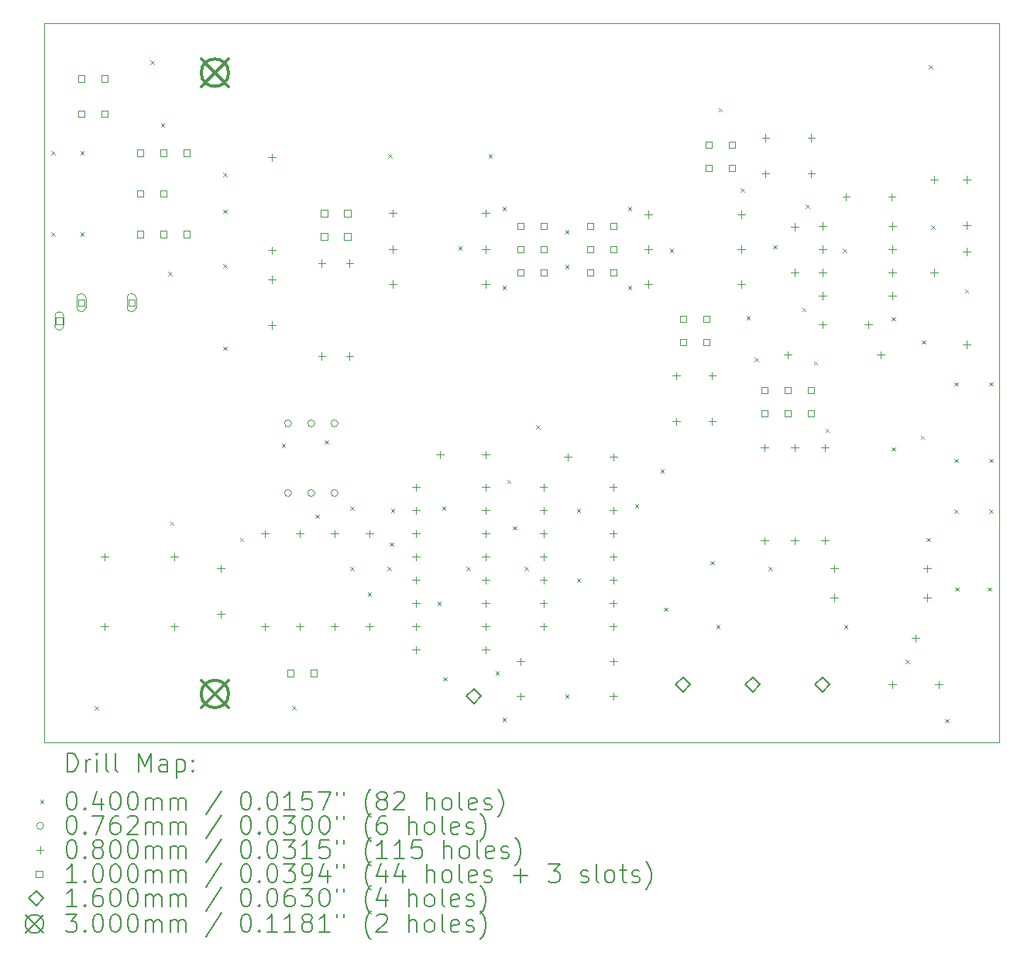
<source format=gbr>
%TF.GenerationSoftware,KiCad,Pcbnew,8.0.2*%
%TF.CreationDate,2024-09-17T18:28:23+03:00*%
%TF.ProjectId,ad4080_evb_experimenter,61643430-3830-45f6-9576-625f65787065,rev?*%
%TF.SameCoordinates,Original*%
%TF.FileFunction,Drillmap*%
%TF.FilePolarity,Positive*%
%FSLAX45Y45*%
G04 Gerber Fmt 4.5, Leading zero omitted, Abs format (unit mm)*
G04 Created by KiCad (PCBNEW 8.0.2) date 2024-09-17 18:28:23*
%MOMM*%
%LPD*%
G01*
G04 APERTURE LIST*
%ADD10C,0.100000*%
%ADD11C,0.200000*%
%ADD12C,0.160000*%
%ADD13C,0.300000*%
G04 APERTURE END LIST*
D10*
X2921000Y-4452100D02*
X13360400Y-4452100D01*
X13360400Y-12319000D01*
X2921000Y-12319000D01*
X2921000Y-4452100D01*
D11*
D10*
X2999750Y-5847400D02*
X3039750Y-5887400D01*
X3039750Y-5847400D02*
X2999750Y-5887400D01*
X2999750Y-6736400D02*
X3039750Y-6776400D01*
X3039750Y-6736400D02*
X2999750Y-6776400D01*
X3317250Y-5847400D02*
X3357250Y-5887400D01*
X3357250Y-5847400D02*
X3317250Y-5887400D01*
X3317250Y-6736400D02*
X3357250Y-6776400D01*
X3357250Y-6736400D02*
X3317250Y-6776400D01*
X3472500Y-11918000D02*
X3512500Y-11958000D01*
X3512500Y-11918000D02*
X3472500Y-11958000D01*
X4082100Y-4856800D02*
X4122100Y-4896800D01*
X4122100Y-4856800D02*
X4082100Y-4896800D01*
X4196400Y-5542600D02*
X4236400Y-5582600D01*
X4236400Y-5542600D02*
X4196400Y-5582600D01*
X4274940Y-7170540D02*
X4314940Y-7210540D01*
X4314940Y-7170540D02*
X4274940Y-7210540D01*
X4298000Y-9898700D02*
X4338000Y-9938700D01*
X4338000Y-9898700D02*
X4298000Y-9938700D01*
X4880000Y-6086400D02*
X4920000Y-6126400D01*
X4920000Y-6086400D02*
X4880000Y-6126400D01*
X4880000Y-6486400D02*
X4920000Y-6526400D01*
X4920000Y-6486400D02*
X4880000Y-6526400D01*
X4880000Y-7086400D02*
X4920000Y-7126400D01*
X4920000Y-7086400D02*
X4880000Y-7126400D01*
X4880000Y-7986400D02*
X4920000Y-8026400D01*
X4920000Y-7986400D02*
X4880000Y-8026400D01*
X5060000Y-10076500D02*
X5100000Y-10116500D01*
X5100000Y-10076500D02*
X5060000Y-10116500D01*
X5517200Y-9047800D02*
X5557200Y-9087800D01*
X5557200Y-9047800D02*
X5517200Y-9087800D01*
X5631500Y-11918000D02*
X5671500Y-11958000D01*
X5671500Y-11918000D02*
X5631500Y-11958000D01*
X5885500Y-9822500D02*
X5925500Y-9862500D01*
X5925500Y-9822500D02*
X5885500Y-9862500D01*
X5987100Y-9009700D02*
X6027100Y-9049700D01*
X6027100Y-9009700D02*
X5987100Y-9049700D01*
X6266500Y-9733600D02*
X6306500Y-9773600D01*
X6306500Y-9733600D02*
X6266500Y-9773600D01*
X6266500Y-10394000D02*
X6306500Y-10434000D01*
X6306500Y-10394000D02*
X6266500Y-10434000D01*
X6457000Y-10673400D02*
X6497000Y-10713400D01*
X6497000Y-10673400D02*
X6457000Y-10713400D01*
X6672900Y-10394000D02*
X6712900Y-10434000D01*
X6712900Y-10394000D02*
X6672900Y-10434000D01*
X6680000Y-5880000D02*
X6720000Y-5920000D01*
X6720000Y-5880000D02*
X6680000Y-5920000D01*
X6698300Y-10127300D02*
X6738300Y-10167300D01*
X6738300Y-10127300D02*
X6698300Y-10167300D01*
X6711000Y-9759000D02*
X6751000Y-9799000D01*
X6751000Y-9759000D02*
X6711000Y-9799000D01*
X7219000Y-10775000D02*
X7259000Y-10815000D01*
X7259000Y-10775000D02*
X7219000Y-10815000D01*
X7269800Y-9733600D02*
X7309800Y-9773600D01*
X7309800Y-9733600D02*
X7269800Y-9773600D01*
X7282500Y-11600500D02*
X7322500Y-11640500D01*
X7322500Y-11600500D02*
X7282500Y-11640500D01*
X7447600Y-6888800D02*
X7487600Y-6928800D01*
X7487600Y-6888800D02*
X7447600Y-6928800D01*
X7536500Y-10394000D02*
X7576500Y-10434000D01*
X7576500Y-10394000D02*
X7536500Y-10434000D01*
X7780000Y-5880000D02*
X7820000Y-5920000D01*
X7820000Y-5880000D02*
X7780000Y-5920000D01*
X7854000Y-11537000D02*
X7894000Y-11577000D01*
X7894000Y-11537000D02*
X7854000Y-11577000D01*
X7930200Y-6457000D02*
X7970200Y-6497000D01*
X7970200Y-6457000D02*
X7930200Y-6497000D01*
X7930200Y-7320600D02*
X7970200Y-7360600D01*
X7970200Y-7320600D02*
X7930200Y-7360600D01*
X7930200Y-12045000D02*
X7970200Y-12085000D01*
X7970200Y-12045000D02*
X7930200Y-12085000D01*
X7981000Y-9441500D02*
X8021000Y-9481500D01*
X8021000Y-9441500D02*
X7981000Y-9481500D01*
X8044500Y-9949500D02*
X8084500Y-9989500D01*
X8084500Y-9949500D02*
X8044500Y-9989500D01*
X8171500Y-10394000D02*
X8211500Y-10434000D01*
X8211500Y-10394000D02*
X8171500Y-10434000D01*
X8298500Y-8844600D02*
X8338500Y-8884600D01*
X8338500Y-8844600D02*
X8298500Y-8884600D01*
X8616000Y-6711000D02*
X8656000Y-6751000D01*
X8656000Y-6711000D02*
X8616000Y-6751000D01*
X8616000Y-7092000D02*
X8656000Y-7132000D01*
X8656000Y-7092000D02*
X8616000Y-7132000D01*
X8616000Y-11791000D02*
X8656000Y-11831000D01*
X8656000Y-11791000D02*
X8616000Y-11831000D01*
X8743000Y-9759000D02*
X8783000Y-9799000D01*
X8783000Y-9759000D02*
X8743000Y-9799000D01*
X8743000Y-10521000D02*
X8783000Y-10561000D01*
X8783000Y-10521000D02*
X8743000Y-10561000D01*
X9301800Y-6457000D02*
X9341800Y-6497000D01*
X9341800Y-6457000D02*
X9301800Y-6497000D01*
X9301800Y-7320600D02*
X9341800Y-7360600D01*
X9341800Y-7320600D02*
X9301800Y-7360600D01*
X9378000Y-9708200D02*
X9418000Y-9748200D01*
X9418000Y-9708200D02*
X9378000Y-9748200D01*
X9657400Y-9327200D02*
X9697400Y-9367200D01*
X9697400Y-9327200D02*
X9657400Y-9367200D01*
X9695500Y-10838500D02*
X9735500Y-10878500D01*
X9735500Y-10838500D02*
X9695500Y-10878500D01*
X9759000Y-6914200D02*
X9799000Y-6954200D01*
X9799000Y-6914200D02*
X9759000Y-6954200D01*
X10203500Y-10330500D02*
X10243500Y-10370500D01*
X10243500Y-10330500D02*
X10203500Y-10370500D01*
X10267000Y-11029000D02*
X10307000Y-11069000D01*
X10307000Y-11029000D02*
X10267000Y-11069000D01*
X10292400Y-5377500D02*
X10332400Y-5417500D01*
X10332400Y-5377500D02*
X10292400Y-5417500D01*
X10533700Y-6253800D02*
X10573700Y-6293800D01*
X10573700Y-6253800D02*
X10533700Y-6293800D01*
X10597200Y-7650800D02*
X10637200Y-7690800D01*
X10637200Y-7650800D02*
X10597200Y-7690800D01*
X10686100Y-8108000D02*
X10726100Y-8148000D01*
X10726100Y-8108000D02*
X10686100Y-8148000D01*
X10838500Y-10394000D02*
X10878500Y-10434000D01*
X10878500Y-10394000D02*
X10838500Y-10434000D01*
X10889300Y-6876100D02*
X10929300Y-6916100D01*
X10929300Y-6876100D02*
X10889300Y-6916100D01*
X11206800Y-7561900D02*
X11246800Y-7601900D01*
X11246800Y-7561900D02*
X11206800Y-7601900D01*
X11244900Y-6431600D02*
X11284900Y-6471600D01*
X11284900Y-6431600D02*
X11244900Y-6471600D01*
X11333800Y-8146100D02*
X11373800Y-8186100D01*
X11373800Y-8146100D02*
X11333800Y-8186100D01*
X11460800Y-8882700D02*
X11500800Y-8922700D01*
X11500800Y-8882700D02*
X11460800Y-8922700D01*
X11651300Y-6914200D02*
X11691300Y-6954200D01*
X11691300Y-6914200D02*
X11651300Y-6954200D01*
X11664000Y-11029000D02*
X11704000Y-11069000D01*
X11704000Y-11029000D02*
X11664000Y-11069000D01*
X12184700Y-7663500D02*
X12224700Y-7703500D01*
X12224700Y-7663500D02*
X12184700Y-7703500D01*
X12184700Y-9085900D02*
X12224700Y-9125900D01*
X12224700Y-9085900D02*
X12184700Y-9125900D01*
X12337100Y-11410000D02*
X12377100Y-11450000D01*
X12377100Y-11410000D02*
X12337100Y-11450000D01*
X12502200Y-8958900D02*
X12542200Y-8998900D01*
X12542200Y-8958900D02*
X12502200Y-8998900D01*
X12514900Y-7917500D02*
X12554900Y-7957500D01*
X12554900Y-7917500D02*
X12514900Y-7957500D01*
X12565700Y-10076500D02*
X12605700Y-10116500D01*
X12605700Y-10076500D02*
X12565700Y-10116500D01*
X12591100Y-4907600D02*
X12631100Y-4947600D01*
X12631100Y-4907600D02*
X12591100Y-4947600D01*
X12616500Y-6660200D02*
X12656500Y-6700200D01*
X12656500Y-6660200D02*
X12616500Y-6700200D01*
X12768900Y-12057700D02*
X12808900Y-12097700D01*
X12808900Y-12057700D02*
X12768900Y-12097700D01*
X12869500Y-9768200D02*
X12909500Y-9808200D01*
X12909500Y-9768200D02*
X12869500Y-9808200D01*
X12870500Y-8374700D02*
X12910500Y-8414700D01*
X12910500Y-8374700D02*
X12870500Y-8414700D01*
X12870500Y-9212900D02*
X12910500Y-9252900D01*
X12910500Y-9212900D02*
X12870500Y-9252900D01*
X12882200Y-10619100D02*
X12922200Y-10659100D01*
X12922200Y-10619100D02*
X12882200Y-10659100D01*
X12984800Y-7358700D02*
X13024800Y-7398700D01*
X13024800Y-7358700D02*
X12984800Y-7398700D01*
X13237800Y-10619100D02*
X13277800Y-10659100D01*
X13277800Y-10619100D02*
X13237800Y-10659100D01*
X13250500Y-9768200D02*
X13290500Y-9808200D01*
X13290500Y-9768200D02*
X13250500Y-9808200D01*
X13251500Y-8374700D02*
X13291500Y-8414700D01*
X13291500Y-8374700D02*
X13251500Y-8414700D01*
X13251500Y-9212900D02*
X13291500Y-9252900D01*
X13291500Y-9212900D02*
X13251500Y-9252900D01*
X5626100Y-8826500D02*
G75*
G02*
X5549900Y-8826500I-38100J0D01*
G01*
X5549900Y-8826500D02*
G75*
G02*
X5626100Y-8826500I38100J0D01*
G01*
X5626100Y-9588500D02*
G75*
G02*
X5549900Y-9588500I-38100J0D01*
G01*
X5549900Y-9588500D02*
G75*
G02*
X5626100Y-9588500I38100J0D01*
G01*
X5880100Y-8826500D02*
G75*
G02*
X5803900Y-8826500I-38100J0D01*
G01*
X5803900Y-8826500D02*
G75*
G02*
X5880100Y-8826500I38100J0D01*
G01*
X5880100Y-9588500D02*
G75*
G02*
X5803900Y-9588500I-38100J0D01*
G01*
X5803900Y-9588500D02*
G75*
G02*
X5880100Y-9588500I38100J0D01*
G01*
X6134100Y-8826500D02*
G75*
G02*
X6057900Y-8826500I-38100J0D01*
G01*
X6057900Y-8826500D02*
G75*
G02*
X6134100Y-8826500I38100J0D01*
G01*
X6134100Y-9588500D02*
G75*
G02*
X6057900Y-9588500I-38100J0D01*
G01*
X6057900Y-9588500D02*
G75*
G02*
X6134100Y-9588500I38100J0D01*
G01*
X3581400Y-10247000D02*
X3581400Y-10327000D01*
X3541400Y-10287000D02*
X3621400Y-10287000D01*
X3581400Y-11009000D02*
X3581400Y-11089000D01*
X3541400Y-11049000D02*
X3621400Y-11049000D01*
X4343400Y-10247000D02*
X4343400Y-10327000D01*
X4303400Y-10287000D02*
X4383400Y-10287000D01*
X4343400Y-11009000D02*
X4343400Y-11089000D01*
X4303400Y-11049000D02*
X4383400Y-11049000D01*
X4851400Y-10374000D02*
X4851400Y-10454000D01*
X4811400Y-10414000D02*
X4891400Y-10414000D01*
X4851400Y-10874000D02*
X4851400Y-10954000D01*
X4811400Y-10914000D02*
X4891400Y-10914000D01*
X5335500Y-9991500D02*
X5335500Y-10071500D01*
X5295500Y-10031500D02*
X5375500Y-10031500D01*
X5335500Y-11007500D02*
X5335500Y-11087500D01*
X5295500Y-11047500D02*
X5375500Y-11047500D01*
X5410200Y-5878200D02*
X5410200Y-5958200D01*
X5370200Y-5918200D02*
X5450200Y-5918200D01*
X5410200Y-6894200D02*
X5410200Y-6974200D01*
X5370200Y-6934200D02*
X5450200Y-6934200D01*
X5410200Y-7211700D02*
X5410200Y-7291700D01*
X5370200Y-7251700D02*
X5450200Y-7251700D01*
X5410200Y-7711700D02*
X5410200Y-7791700D01*
X5370200Y-7751700D02*
X5450200Y-7751700D01*
X5715000Y-9993000D02*
X5715000Y-10073000D01*
X5675000Y-10033000D02*
X5755000Y-10033000D01*
X5715000Y-11009000D02*
X5715000Y-11089000D01*
X5675000Y-11049000D02*
X5755000Y-11049000D01*
X5956300Y-7033900D02*
X5956300Y-7113900D01*
X5916300Y-7073900D02*
X5996300Y-7073900D01*
X5956300Y-8049900D02*
X5956300Y-8129900D01*
X5916300Y-8089900D02*
X5996300Y-8089900D01*
X6096000Y-9993000D02*
X6096000Y-10073000D01*
X6056000Y-10033000D02*
X6136000Y-10033000D01*
X6096000Y-11009000D02*
X6096000Y-11089000D01*
X6056000Y-11049000D02*
X6136000Y-11049000D01*
X6261100Y-7033900D02*
X6261100Y-7113900D01*
X6221100Y-7073900D02*
X6301100Y-7073900D01*
X6261100Y-8049900D02*
X6261100Y-8129900D01*
X6221100Y-8089900D02*
X6301100Y-8089900D01*
X6478500Y-9991500D02*
X6478500Y-10071500D01*
X6438500Y-10031500D02*
X6518500Y-10031500D01*
X6478500Y-11007500D02*
X6478500Y-11087500D01*
X6438500Y-11047500D02*
X6518500Y-11047500D01*
X6731000Y-6487800D02*
X6731000Y-6567800D01*
X6691000Y-6527800D02*
X6771000Y-6527800D01*
X6731000Y-6881500D02*
X6731000Y-6961500D01*
X6691000Y-6921500D02*
X6771000Y-6921500D01*
X6731000Y-7262500D02*
X6731000Y-7342500D01*
X6691000Y-7302500D02*
X6771000Y-7302500D01*
X6985000Y-9485000D02*
X6985000Y-9565000D01*
X6945000Y-9525000D02*
X7025000Y-9525000D01*
X6985000Y-9739000D02*
X6985000Y-9819000D01*
X6945000Y-9779000D02*
X7025000Y-9779000D01*
X6985000Y-9993000D02*
X6985000Y-10073000D01*
X6945000Y-10033000D02*
X7025000Y-10033000D01*
X6985000Y-10247000D02*
X6985000Y-10327000D01*
X6945000Y-10287000D02*
X7025000Y-10287000D01*
X6985000Y-10501000D02*
X6985000Y-10581000D01*
X6945000Y-10541000D02*
X7025000Y-10541000D01*
X6985000Y-10755000D02*
X6985000Y-10835000D01*
X6945000Y-10795000D02*
X7025000Y-10795000D01*
X6985000Y-11009000D02*
X6985000Y-11089000D01*
X6945000Y-11049000D02*
X7025000Y-11049000D01*
X6985000Y-11263000D02*
X6985000Y-11343000D01*
X6945000Y-11303000D02*
X7025000Y-11303000D01*
X7247000Y-9129400D02*
X7247000Y-9209400D01*
X7207000Y-9169400D02*
X7287000Y-9169400D01*
X7747000Y-6487800D02*
X7747000Y-6567800D01*
X7707000Y-6527800D02*
X7787000Y-6527800D01*
X7747000Y-6881500D02*
X7747000Y-6961500D01*
X7707000Y-6921500D02*
X7787000Y-6921500D01*
X7747000Y-7262500D02*
X7747000Y-7342500D01*
X7707000Y-7302500D02*
X7787000Y-7302500D01*
X7747000Y-9129400D02*
X7747000Y-9209400D01*
X7707000Y-9169400D02*
X7787000Y-9169400D01*
X7747000Y-9485000D02*
X7747000Y-9565000D01*
X7707000Y-9525000D02*
X7787000Y-9525000D01*
X7747000Y-9739000D02*
X7747000Y-9819000D01*
X7707000Y-9779000D02*
X7787000Y-9779000D01*
X7747000Y-9993000D02*
X7747000Y-10073000D01*
X7707000Y-10033000D02*
X7787000Y-10033000D01*
X7747000Y-10247000D02*
X7747000Y-10327000D01*
X7707000Y-10287000D02*
X7787000Y-10287000D01*
X7747000Y-10501000D02*
X7747000Y-10581000D01*
X7707000Y-10541000D02*
X7787000Y-10541000D01*
X7747000Y-10755000D02*
X7747000Y-10835000D01*
X7707000Y-10795000D02*
X7787000Y-10795000D01*
X7747000Y-11009000D02*
X7747000Y-11089000D01*
X7707000Y-11049000D02*
X7787000Y-11049000D01*
X7747000Y-11263000D02*
X7747000Y-11343000D01*
X7707000Y-11303000D02*
X7787000Y-11303000D01*
X8128000Y-11390000D02*
X8128000Y-11470000D01*
X8088000Y-11430000D02*
X8168000Y-11430000D01*
X8128000Y-11771000D02*
X8128000Y-11851000D01*
X8088000Y-11811000D02*
X8168000Y-11811000D01*
X8381000Y-9485000D02*
X8381000Y-9565000D01*
X8341000Y-9525000D02*
X8421000Y-9525000D01*
X8381000Y-9739000D02*
X8381000Y-9819000D01*
X8341000Y-9779000D02*
X8421000Y-9779000D01*
X8381000Y-9993000D02*
X8381000Y-10073000D01*
X8341000Y-10033000D02*
X8421000Y-10033000D01*
X8381000Y-10247000D02*
X8381000Y-10327000D01*
X8341000Y-10287000D02*
X8421000Y-10287000D01*
X8381000Y-10501000D02*
X8381000Y-10581000D01*
X8341000Y-10541000D02*
X8421000Y-10541000D01*
X8381000Y-10755000D02*
X8381000Y-10835000D01*
X8341000Y-10795000D02*
X8421000Y-10795000D01*
X8381000Y-11009000D02*
X8381000Y-11089000D01*
X8341000Y-11049000D02*
X8421000Y-11049000D01*
X8644000Y-9154800D02*
X8644000Y-9234800D01*
X8604000Y-9194800D02*
X8684000Y-9194800D01*
X9143000Y-9485000D02*
X9143000Y-9565000D01*
X9103000Y-9525000D02*
X9183000Y-9525000D01*
X9143000Y-9739000D02*
X9143000Y-9819000D01*
X9103000Y-9779000D02*
X9183000Y-9779000D01*
X9143000Y-9993000D02*
X9143000Y-10073000D01*
X9103000Y-10033000D02*
X9183000Y-10033000D01*
X9143000Y-10247000D02*
X9143000Y-10327000D01*
X9103000Y-10287000D02*
X9183000Y-10287000D01*
X9143000Y-10501000D02*
X9143000Y-10581000D01*
X9103000Y-10541000D02*
X9183000Y-10541000D01*
X9143000Y-10755000D02*
X9143000Y-10835000D01*
X9103000Y-10795000D02*
X9183000Y-10795000D01*
X9143000Y-11009000D02*
X9143000Y-11089000D01*
X9103000Y-11049000D02*
X9183000Y-11049000D01*
X9144000Y-9154800D02*
X9144000Y-9234800D01*
X9104000Y-9194800D02*
X9184000Y-9194800D01*
X9144000Y-11390000D02*
X9144000Y-11470000D01*
X9104000Y-11430000D02*
X9184000Y-11430000D01*
X9144000Y-11771000D02*
X9144000Y-11851000D01*
X9104000Y-11811000D02*
X9184000Y-11811000D01*
X9525000Y-6500500D02*
X9525000Y-6580500D01*
X9485000Y-6540500D02*
X9565000Y-6540500D01*
X9525000Y-6881500D02*
X9525000Y-6961500D01*
X9485000Y-6921500D02*
X9565000Y-6921500D01*
X9525000Y-7262500D02*
X9525000Y-7342500D01*
X9485000Y-7302500D02*
X9565000Y-7302500D01*
X9829800Y-8265800D02*
X9829800Y-8345800D01*
X9789800Y-8305800D02*
X9869800Y-8305800D01*
X9829800Y-8765800D02*
X9829800Y-8845800D01*
X9789800Y-8805800D02*
X9869800Y-8805800D01*
X10223500Y-8265800D02*
X10223500Y-8345800D01*
X10183500Y-8305800D02*
X10263500Y-8305800D01*
X10223500Y-8765800D02*
X10223500Y-8845800D01*
X10183500Y-8805800D02*
X10263500Y-8805800D01*
X10541000Y-6500500D02*
X10541000Y-6580500D01*
X10501000Y-6540500D02*
X10581000Y-6540500D01*
X10541000Y-6881500D02*
X10541000Y-6961500D01*
X10501000Y-6921500D02*
X10581000Y-6921500D01*
X10541000Y-7262500D02*
X10541000Y-7342500D01*
X10501000Y-7302500D02*
X10581000Y-7302500D01*
X10795000Y-9053200D02*
X10795000Y-9133200D01*
X10755000Y-9093200D02*
X10835000Y-9093200D01*
X10795000Y-10069200D02*
X10795000Y-10149200D01*
X10755000Y-10109200D02*
X10835000Y-10109200D01*
X10807700Y-5662300D02*
X10807700Y-5742300D01*
X10767700Y-5702300D02*
X10847700Y-5702300D01*
X10807700Y-6056000D02*
X10807700Y-6136000D01*
X10767700Y-6096000D02*
X10847700Y-6096000D01*
X11049000Y-8037200D02*
X11049000Y-8117200D01*
X11009000Y-8077200D02*
X11089000Y-8077200D01*
X11125200Y-6635500D02*
X11125200Y-6715500D01*
X11085200Y-6675500D02*
X11165200Y-6675500D01*
X11125200Y-7135500D02*
X11125200Y-7215500D01*
X11085200Y-7175500D02*
X11165200Y-7175500D01*
X11125200Y-9053200D02*
X11125200Y-9133200D01*
X11085200Y-9093200D02*
X11165200Y-9093200D01*
X11125200Y-10069200D02*
X11125200Y-10149200D01*
X11085200Y-10109200D02*
X11165200Y-10109200D01*
X11307700Y-5662300D02*
X11307700Y-5742300D01*
X11267700Y-5702300D02*
X11347700Y-5702300D01*
X11307700Y-6056000D02*
X11307700Y-6136000D01*
X11267700Y-6096000D02*
X11347700Y-6096000D01*
X11430000Y-6627500D02*
X11430000Y-6707500D01*
X11390000Y-6667500D02*
X11470000Y-6667500D01*
X11430000Y-6881500D02*
X11430000Y-6961500D01*
X11390000Y-6921500D02*
X11470000Y-6921500D01*
X11430000Y-7135500D02*
X11430000Y-7215500D01*
X11390000Y-7175500D02*
X11470000Y-7175500D01*
X11430000Y-7389500D02*
X11430000Y-7469500D01*
X11390000Y-7429500D02*
X11470000Y-7429500D01*
X11430000Y-7707000D02*
X11430000Y-7787000D01*
X11390000Y-7747000D02*
X11470000Y-7747000D01*
X11455400Y-9053200D02*
X11455400Y-9133200D01*
X11415400Y-9093200D02*
X11495400Y-9093200D01*
X11455400Y-10069200D02*
X11455400Y-10149200D01*
X11415400Y-10109200D02*
X11495400Y-10109200D01*
X11557000Y-10374000D02*
X11557000Y-10454000D01*
X11517000Y-10414000D02*
X11597000Y-10414000D01*
X11557000Y-10691500D02*
X11557000Y-10771500D01*
X11517000Y-10731500D02*
X11597000Y-10731500D01*
X11688000Y-6310000D02*
X11688000Y-6390000D01*
X11648000Y-6350000D02*
X11728000Y-6350000D01*
X11930000Y-7707000D02*
X11930000Y-7787000D01*
X11890000Y-7747000D02*
X11970000Y-7747000D01*
X12065000Y-8037200D02*
X12065000Y-8117200D01*
X12025000Y-8077200D02*
X12105000Y-8077200D01*
X12188000Y-6310000D02*
X12188000Y-6390000D01*
X12148000Y-6350000D02*
X12228000Y-6350000D01*
X12192000Y-11644000D02*
X12192000Y-11724000D01*
X12152000Y-11684000D02*
X12232000Y-11684000D01*
X12192000Y-6627500D02*
X12192000Y-6707500D01*
X12152000Y-6667500D02*
X12232000Y-6667500D01*
X12192000Y-6881500D02*
X12192000Y-6961500D01*
X12152000Y-6921500D02*
X12232000Y-6921500D01*
X12192000Y-7135500D02*
X12192000Y-7215500D01*
X12152000Y-7175500D02*
X12232000Y-7175500D01*
X12192000Y-7389500D02*
X12192000Y-7469500D01*
X12152000Y-7429500D02*
X12232000Y-7429500D01*
X12446000Y-11136000D02*
X12446000Y-11216000D01*
X12406000Y-11176000D02*
X12486000Y-11176000D01*
X12573000Y-10374000D02*
X12573000Y-10454000D01*
X12533000Y-10414000D02*
X12613000Y-10414000D01*
X12573000Y-10691500D02*
X12573000Y-10771500D01*
X12533000Y-10731500D02*
X12613000Y-10731500D01*
X12649200Y-6119500D02*
X12649200Y-6199500D01*
X12609200Y-6159500D02*
X12689200Y-6159500D01*
X12649200Y-7135500D02*
X12649200Y-7215500D01*
X12609200Y-7175500D02*
X12689200Y-7175500D01*
X12700000Y-11644000D02*
X12700000Y-11724000D01*
X12660000Y-11684000D02*
X12740000Y-11684000D01*
X13004800Y-6119600D02*
X13004800Y-6199600D01*
X12964800Y-6159600D02*
X13044800Y-6159600D01*
X13004800Y-6619600D02*
X13004800Y-6699600D01*
X12964800Y-6659600D02*
X13044800Y-6659600D01*
X13004800Y-6906900D02*
X13004800Y-6986900D01*
X12964800Y-6946900D02*
X13044800Y-6946900D01*
X13004800Y-7922900D02*
X13004800Y-8002900D01*
X12964800Y-7962900D02*
X13044800Y-7962900D01*
X3122456Y-7741556D02*
X3122456Y-7670844D01*
X3051744Y-7670844D01*
X3051744Y-7741556D01*
X3122456Y-7741556D01*
X3137100Y-7756200D02*
X3137100Y-7656200D01*
X3037100Y-7656200D02*
G75*
G02*
X3137100Y-7656200I50000J0D01*
G01*
X3037100Y-7656200D02*
X3037100Y-7756200D01*
X3037100Y-7756200D02*
G75*
G03*
X3137100Y-7756200I50000J0D01*
G01*
X3362456Y-7541556D02*
X3362456Y-7470844D01*
X3291744Y-7470844D01*
X3291744Y-7541556D01*
X3362456Y-7541556D01*
X3377100Y-7556200D02*
X3377100Y-7456200D01*
X3277100Y-7456200D02*
G75*
G02*
X3377100Y-7456200I50000J0D01*
G01*
X3277100Y-7456200D02*
X3277100Y-7556200D01*
X3277100Y-7556200D02*
G75*
G03*
X3377100Y-7556200I50000J0D01*
G01*
X3362756Y-5089956D02*
X3362756Y-5019244D01*
X3292044Y-5019244D01*
X3292044Y-5089956D01*
X3362756Y-5089956D01*
X3362756Y-5473806D02*
X3362756Y-5403094D01*
X3292044Y-5403094D01*
X3292044Y-5473806D01*
X3362756Y-5473806D01*
X3616756Y-5089956D02*
X3616756Y-5019244D01*
X3546044Y-5019244D01*
X3546044Y-5089956D01*
X3616756Y-5089956D01*
X3616756Y-5473806D02*
X3616756Y-5403094D01*
X3546044Y-5403094D01*
X3546044Y-5473806D01*
X3616756Y-5473806D01*
X3912456Y-7541556D02*
X3912456Y-7470844D01*
X3841744Y-7470844D01*
X3841744Y-7541556D01*
X3912456Y-7541556D01*
X3927100Y-7556200D02*
X3927100Y-7456200D01*
X3827100Y-7456200D02*
G75*
G02*
X3927100Y-7456200I50000J0D01*
G01*
X3827100Y-7456200D02*
X3827100Y-7556200D01*
X3827100Y-7556200D02*
G75*
G03*
X3927100Y-7556200I50000J0D01*
G01*
X4007606Y-5902756D02*
X4007606Y-5832044D01*
X3936894Y-5832044D01*
X3936894Y-5902756D01*
X4007606Y-5902756D01*
X4007606Y-6791756D02*
X4007606Y-6721044D01*
X3936894Y-6721044D01*
X3936894Y-6791756D01*
X4007606Y-6791756D01*
X4007606Y-6347256D02*
X4007606Y-6276544D01*
X3936894Y-6276544D01*
X3936894Y-6347256D01*
X4007606Y-6347256D01*
X4261606Y-5902756D02*
X4261606Y-5832044D01*
X4190894Y-5832044D01*
X4190894Y-5902756D01*
X4261606Y-5902756D01*
X4261606Y-6791756D02*
X4261606Y-6721044D01*
X4190894Y-6721044D01*
X4190894Y-6791756D01*
X4261606Y-6791756D01*
X4261606Y-6347256D02*
X4261606Y-6276544D01*
X4190894Y-6276544D01*
X4190894Y-6347256D01*
X4261606Y-6347256D01*
X4515606Y-5902756D02*
X4515606Y-5832044D01*
X4444894Y-5832044D01*
X4444894Y-5902756D01*
X4515606Y-5902756D01*
X4515606Y-6791756D02*
X4515606Y-6721044D01*
X4444894Y-6721044D01*
X4444894Y-6791756D01*
X4515606Y-6791756D01*
X5648256Y-11592356D02*
X5648256Y-11521644D01*
X5577544Y-11521644D01*
X5577544Y-11592356D01*
X5648256Y-11592356D01*
X5902256Y-11592356D02*
X5902256Y-11521644D01*
X5831544Y-11521644D01*
X5831544Y-11592356D01*
X5902256Y-11592356D01*
X6017055Y-6563156D02*
X6017055Y-6492444D01*
X5946344Y-6492444D01*
X5946344Y-6563156D01*
X6017055Y-6563156D01*
X6017055Y-6817156D02*
X6017055Y-6746444D01*
X5946344Y-6746444D01*
X5946344Y-6817156D01*
X6017055Y-6817156D01*
X6271055Y-6563156D02*
X6271055Y-6492444D01*
X6200344Y-6492444D01*
X6200344Y-6563156D01*
X6271055Y-6563156D01*
X6271055Y-6817156D02*
X6271055Y-6746444D01*
X6200344Y-6746444D01*
X6200344Y-6817156D01*
X6271055Y-6817156D01*
X8163356Y-6702855D02*
X8163356Y-6632144D01*
X8092644Y-6632144D01*
X8092644Y-6702855D01*
X8163356Y-6702855D01*
X8163356Y-6956855D02*
X8163356Y-6886144D01*
X8092644Y-6886144D01*
X8092644Y-6956855D01*
X8163356Y-6956855D01*
X8163356Y-7210855D02*
X8163356Y-7140144D01*
X8092644Y-7140144D01*
X8092644Y-7210855D01*
X8163356Y-7210855D01*
X8417356Y-6702855D02*
X8417356Y-6632144D01*
X8346644Y-6632144D01*
X8346644Y-6702855D01*
X8417356Y-6702855D01*
X8417356Y-6956855D02*
X8417356Y-6886144D01*
X8346644Y-6886144D01*
X8346644Y-6956855D01*
X8417356Y-6956855D01*
X8417356Y-7210855D02*
X8417356Y-7140144D01*
X8346644Y-7140144D01*
X8346644Y-7210855D01*
X8417356Y-7210855D01*
X8924856Y-6704355D02*
X8924856Y-6633644D01*
X8854144Y-6633644D01*
X8854144Y-6704355D01*
X8924856Y-6704355D01*
X8924856Y-6958355D02*
X8924856Y-6887644D01*
X8854144Y-6887644D01*
X8854144Y-6958355D01*
X8924856Y-6958355D01*
X8924856Y-7212355D02*
X8924856Y-7141644D01*
X8854144Y-7141644D01*
X8854144Y-7212355D01*
X8924856Y-7212355D01*
X9178856Y-6704355D02*
X9178856Y-6633644D01*
X9108144Y-6633644D01*
X9108144Y-6704355D01*
X9178856Y-6704355D01*
X9178856Y-6958355D02*
X9178856Y-6887644D01*
X9108144Y-6887644D01*
X9108144Y-6958355D01*
X9178856Y-6958355D01*
X9178856Y-7212355D02*
X9178856Y-7141644D01*
X9108144Y-7141644D01*
X9108144Y-7212355D01*
X9178856Y-7212355D01*
X9940856Y-7719356D02*
X9940856Y-7648644D01*
X9870144Y-7648644D01*
X9870144Y-7719356D01*
X9940856Y-7719356D01*
X9940856Y-7973356D02*
X9940856Y-7902644D01*
X9870144Y-7902644D01*
X9870144Y-7973356D01*
X9940856Y-7973356D01*
X10194856Y-7719356D02*
X10194856Y-7648644D01*
X10124144Y-7648644D01*
X10124144Y-7719356D01*
X10194856Y-7719356D01*
X10194856Y-7973356D02*
X10194856Y-7902644D01*
X10124144Y-7902644D01*
X10124144Y-7973356D01*
X10194856Y-7973356D01*
X10220756Y-5813856D02*
X10220756Y-5743144D01*
X10150044Y-5743144D01*
X10150044Y-5813856D01*
X10220756Y-5813856D01*
X10220756Y-6067856D02*
X10220756Y-5997144D01*
X10150044Y-5997144D01*
X10150044Y-6067856D01*
X10220756Y-6067856D01*
X10474756Y-5813856D02*
X10474756Y-5743144D01*
X10404044Y-5743144D01*
X10404044Y-5813856D01*
X10474756Y-5813856D01*
X10474756Y-6067856D02*
X10474756Y-5997144D01*
X10404044Y-5997144D01*
X10404044Y-6067856D01*
X10474756Y-6067856D01*
X10830356Y-8496199D02*
X10830356Y-8425488D01*
X10759644Y-8425488D01*
X10759644Y-8496199D01*
X10830356Y-8496199D01*
X10830356Y-8750199D02*
X10830356Y-8679488D01*
X10759644Y-8679488D01*
X10759644Y-8750199D01*
X10830356Y-8750199D01*
X11084356Y-8496199D02*
X11084356Y-8425488D01*
X11013644Y-8425488D01*
X11013644Y-8496199D01*
X11084356Y-8496199D01*
X11084356Y-8750199D02*
X11084356Y-8679488D01*
X11013644Y-8679488D01*
X11013644Y-8750199D01*
X11084356Y-8750199D01*
X11338356Y-8496199D02*
X11338356Y-8425488D01*
X11267644Y-8425488D01*
X11267644Y-8496199D01*
X11338356Y-8496199D01*
X11338356Y-8750199D02*
X11338356Y-8679488D01*
X11267644Y-8679488D01*
X11267644Y-8750199D01*
X11338356Y-8750199D01*
D12*
X7620000Y-11891000D02*
X7700000Y-11811000D01*
X7620000Y-11731000D01*
X7540000Y-11811000D01*
X7620000Y-11891000D01*
X9906000Y-11764000D02*
X9986000Y-11684000D01*
X9906000Y-11604000D01*
X9826000Y-11684000D01*
X9906000Y-11764000D01*
X10668000Y-11764000D02*
X10748000Y-11684000D01*
X10668000Y-11604000D01*
X10588000Y-11684000D01*
X10668000Y-11764000D01*
X11430000Y-11764000D02*
X11510000Y-11684000D01*
X11430000Y-11604000D01*
X11350000Y-11684000D01*
X11430000Y-11764000D01*
D13*
X4637900Y-4841100D02*
X4937900Y-5141100D01*
X4937900Y-4841100D02*
X4637900Y-5141100D01*
X4937900Y-4991100D02*
G75*
G02*
X4637900Y-4991100I-150000J0D01*
G01*
X4637900Y-4991100D02*
G75*
G02*
X4937900Y-4991100I150000J0D01*
G01*
X4637900Y-11635600D02*
X4937900Y-11935600D01*
X4937900Y-11635600D02*
X4637900Y-11935600D01*
X4937900Y-11785600D02*
G75*
G02*
X4637900Y-11785600I-150000J0D01*
G01*
X4637900Y-11785600D02*
G75*
G02*
X4937900Y-11785600I150000J0D01*
G01*
D11*
X3176777Y-12635484D02*
X3176777Y-12435484D01*
X3176777Y-12435484D02*
X3224396Y-12435484D01*
X3224396Y-12435484D02*
X3252967Y-12445008D01*
X3252967Y-12445008D02*
X3272015Y-12464055D01*
X3272015Y-12464055D02*
X3281539Y-12483103D01*
X3281539Y-12483103D02*
X3291062Y-12521198D01*
X3291062Y-12521198D02*
X3291062Y-12549769D01*
X3291062Y-12549769D02*
X3281539Y-12587865D01*
X3281539Y-12587865D02*
X3272015Y-12606912D01*
X3272015Y-12606912D02*
X3252967Y-12625960D01*
X3252967Y-12625960D02*
X3224396Y-12635484D01*
X3224396Y-12635484D02*
X3176777Y-12635484D01*
X3376777Y-12635484D02*
X3376777Y-12502150D01*
X3376777Y-12540246D02*
X3386301Y-12521198D01*
X3386301Y-12521198D02*
X3395824Y-12511674D01*
X3395824Y-12511674D02*
X3414872Y-12502150D01*
X3414872Y-12502150D02*
X3433920Y-12502150D01*
X3500586Y-12635484D02*
X3500586Y-12502150D01*
X3500586Y-12435484D02*
X3491062Y-12445008D01*
X3491062Y-12445008D02*
X3500586Y-12454531D01*
X3500586Y-12454531D02*
X3510110Y-12445008D01*
X3510110Y-12445008D02*
X3500586Y-12435484D01*
X3500586Y-12435484D02*
X3500586Y-12454531D01*
X3624396Y-12635484D02*
X3605348Y-12625960D01*
X3605348Y-12625960D02*
X3595824Y-12606912D01*
X3595824Y-12606912D02*
X3595824Y-12435484D01*
X3729158Y-12635484D02*
X3710110Y-12625960D01*
X3710110Y-12625960D02*
X3700586Y-12606912D01*
X3700586Y-12606912D02*
X3700586Y-12435484D01*
X3957729Y-12635484D02*
X3957729Y-12435484D01*
X3957729Y-12435484D02*
X4024396Y-12578341D01*
X4024396Y-12578341D02*
X4091062Y-12435484D01*
X4091062Y-12435484D02*
X4091062Y-12635484D01*
X4272015Y-12635484D02*
X4272015Y-12530722D01*
X4272015Y-12530722D02*
X4262491Y-12511674D01*
X4262491Y-12511674D02*
X4243444Y-12502150D01*
X4243444Y-12502150D02*
X4205348Y-12502150D01*
X4205348Y-12502150D02*
X4186301Y-12511674D01*
X4272015Y-12625960D02*
X4252967Y-12635484D01*
X4252967Y-12635484D02*
X4205348Y-12635484D01*
X4205348Y-12635484D02*
X4186301Y-12625960D01*
X4186301Y-12625960D02*
X4176777Y-12606912D01*
X4176777Y-12606912D02*
X4176777Y-12587865D01*
X4176777Y-12587865D02*
X4186301Y-12568817D01*
X4186301Y-12568817D02*
X4205348Y-12559293D01*
X4205348Y-12559293D02*
X4252967Y-12559293D01*
X4252967Y-12559293D02*
X4272015Y-12549769D01*
X4367253Y-12502150D02*
X4367253Y-12702150D01*
X4367253Y-12511674D02*
X4386301Y-12502150D01*
X4386301Y-12502150D02*
X4424396Y-12502150D01*
X4424396Y-12502150D02*
X4443444Y-12511674D01*
X4443444Y-12511674D02*
X4452967Y-12521198D01*
X4452967Y-12521198D02*
X4462491Y-12540246D01*
X4462491Y-12540246D02*
X4462491Y-12597388D01*
X4462491Y-12597388D02*
X4452967Y-12616436D01*
X4452967Y-12616436D02*
X4443444Y-12625960D01*
X4443444Y-12625960D02*
X4424396Y-12635484D01*
X4424396Y-12635484D02*
X4386301Y-12635484D01*
X4386301Y-12635484D02*
X4367253Y-12625960D01*
X4548205Y-12616436D02*
X4557729Y-12625960D01*
X4557729Y-12625960D02*
X4548205Y-12635484D01*
X4548205Y-12635484D02*
X4538682Y-12625960D01*
X4538682Y-12625960D02*
X4548205Y-12616436D01*
X4548205Y-12616436D02*
X4548205Y-12635484D01*
X4548205Y-12511674D02*
X4557729Y-12521198D01*
X4557729Y-12521198D02*
X4548205Y-12530722D01*
X4548205Y-12530722D02*
X4538682Y-12521198D01*
X4538682Y-12521198D02*
X4548205Y-12511674D01*
X4548205Y-12511674D02*
X4548205Y-12530722D01*
D10*
X2876000Y-12944000D02*
X2916000Y-12984000D01*
X2916000Y-12944000D02*
X2876000Y-12984000D01*
D11*
X3214872Y-12855484D02*
X3233920Y-12855484D01*
X3233920Y-12855484D02*
X3252967Y-12865008D01*
X3252967Y-12865008D02*
X3262491Y-12874531D01*
X3262491Y-12874531D02*
X3272015Y-12893579D01*
X3272015Y-12893579D02*
X3281539Y-12931674D01*
X3281539Y-12931674D02*
X3281539Y-12979293D01*
X3281539Y-12979293D02*
X3272015Y-13017388D01*
X3272015Y-13017388D02*
X3262491Y-13036436D01*
X3262491Y-13036436D02*
X3252967Y-13045960D01*
X3252967Y-13045960D02*
X3233920Y-13055484D01*
X3233920Y-13055484D02*
X3214872Y-13055484D01*
X3214872Y-13055484D02*
X3195824Y-13045960D01*
X3195824Y-13045960D02*
X3186301Y-13036436D01*
X3186301Y-13036436D02*
X3176777Y-13017388D01*
X3176777Y-13017388D02*
X3167253Y-12979293D01*
X3167253Y-12979293D02*
X3167253Y-12931674D01*
X3167253Y-12931674D02*
X3176777Y-12893579D01*
X3176777Y-12893579D02*
X3186301Y-12874531D01*
X3186301Y-12874531D02*
X3195824Y-12865008D01*
X3195824Y-12865008D02*
X3214872Y-12855484D01*
X3367253Y-13036436D02*
X3376777Y-13045960D01*
X3376777Y-13045960D02*
X3367253Y-13055484D01*
X3367253Y-13055484D02*
X3357729Y-13045960D01*
X3357729Y-13045960D02*
X3367253Y-13036436D01*
X3367253Y-13036436D02*
X3367253Y-13055484D01*
X3548205Y-12922150D02*
X3548205Y-13055484D01*
X3500586Y-12845960D02*
X3452967Y-12988817D01*
X3452967Y-12988817D02*
X3576777Y-12988817D01*
X3691062Y-12855484D02*
X3710110Y-12855484D01*
X3710110Y-12855484D02*
X3729158Y-12865008D01*
X3729158Y-12865008D02*
X3738682Y-12874531D01*
X3738682Y-12874531D02*
X3748205Y-12893579D01*
X3748205Y-12893579D02*
X3757729Y-12931674D01*
X3757729Y-12931674D02*
X3757729Y-12979293D01*
X3757729Y-12979293D02*
X3748205Y-13017388D01*
X3748205Y-13017388D02*
X3738682Y-13036436D01*
X3738682Y-13036436D02*
X3729158Y-13045960D01*
X3729158Y-13045960D02*
X3710110Y-13055484D01*
X3710110Y-13055484D02*
X3691062Y-13055484D01*
X3691062Y-13055484D02*
X3672015Y-13045960D01*
X3672015Y-13045960D02*
X3662491Y-13036436D01*
X3662491Y-13036436D02*
X3652967Y-13017388D01*
X3652967Y-13017388D02*
X3643443Y-12979293D01*
X3643443Y-12979293D02*
X3643443Y-12931674D01*
X3643443Y-12931674D02*
X3652967Y-12893579D01*
X3652967Y-12893579D02*
X3662491Y-12874531D01*
X3662491Y-12874531D02*
X3672015Y-12865008D01*
X3672015Y-12865008D02*
X3691062Y-12855484D01*
X3881539Y-12855484D02*
X3900586Y-12855484D01*
X3900586Y-12855484D02*
X3919634Y-12865008D01*
X3919634Y-12865008D02*
X3929158Y-12874531D01*
X3929158Y-12874531D02*
X3938682Y-12893579D01*
X3938682Y-12893579D02*
X3948205Y-12931674D01*
X3948205Y-12931674D02*
X3948205Y-12979293D01*
X3948205Y-12979293D02*
X3938682Y-13017388D01*
X3938682Y-13017388D02*
X3929158Y-13036436D01*
X3929158Y-13036436D02*
X3919634Y-13045960D01*
X3919634Y-13045960D02*
X3900586Y-13055484D01*
X3900586Y-13055484D02*
X3881539Y-13055484D01*
X3881539Y-13055484D02*
X3862491Y-13045960D01*
X3862491Y-13045960D02*
X3852967Y-13036436D01*
X3852967Y-13036436D02*
X3843443Y-13017388D01*
X3843443Y-13017388D02*
X3833920Y-12979293D01*
X3833920Y-12979293D02*
X3833920Y-12931674D01*
X3833920Y-12931674D02*
X3843443Y-12893579D01*
X3843443Y-12893579D02*
X3852967Y-12874531D01*
X3852967Y-12874531D02*
X3862491Y-12865008D01*
X3862491Y-12865008D02*
X3881539Y-12855484D01*
X4033920Y-13055484D02*
X4033920Y-12922150D01*
X4033920Y-12941198D02*
X4043443Y-12931674D01*
X4043443Y-12931674D02*
X4062491Y-12922150D01*
X4062491Y-12922150D02*
X4091063Y-12922150D01*
X4091063Y-12922150D02*
X4110110Y-12931674D01*
X4110110Y-12931674D02*
X4119634Y-12950722D01*
X4119634Y-12950722D02*
X4119634Y-13055484D01*
X4119634Y-12950722D02*
X4129158Y-12931674D01*
X4129158Y-12931674D02*
X4148205Y-12922150D01*
X4148205Y-12922150D02*
X4176777Y-12922150D01*
X4176777Y-12922150D02*
X4195825Y-12931674D01*
X4195825Y-12931674D02*
X4205348Y-12950722D01*
X4205348Y-12950722D02*
X4205348Y-13055484D01*
X4300586Y-13055484D02*
X4300586Y-12922150D01*
X4300586Y-12941198D02*
X4310110Y-12931674D01*
X4310110Y-12931674D02*
X4329158Y-12922150D01*
X4329158Y-12922150D02*
X4357729Y-12922150D01*
X4357729Y-12922150D02*
X4376777Y-12931674D01*
X4376777Y-12931674D02*
X4386301Y-12950722D01*
X4386301Y-12950722D02*
X4386301Y-13055484D01*
X4386301Y-12950722D02*
X4395825Y-12931674D01*
X4395825Y-12931674D02*
X4414872Y-12922150D01*
X4414872Y-12922150D02*
X4443444Y-12922150D01*
X4443444Y-12922150D02*
X4462491Y-12931674D01*
X4462491Y-12931674D02*
X4472015Y-12950722D01*
X4472015Y-12950722D02*
X4472015Y-13055484D01*
X4862491Y-12845960D02*
X4691063Y-13103103D01*
X5119634Y-12855484D02*
X5138682Y-12855484D01*
X5138682Y-12855484D02*
X5157729Y-12865008D01*
X5157729Y-12865008D02*
X5167253Y-12874531D01*
X5167253Y-12874531D02*
X5176777Y-12893579D01*
X5176777Y-12893579D02*
X5186301Y-12931674D01*
X5186301Y-12931674D02*
X5186301Y-12979293D01*
X5186301Y-12979293D02*
X5176777Y-13017388D01*
X5176777Y-13017388D02*
X5167253Y-13036436D01*
X5167253Y-13036436D02*
X5157729Y-13045960D01*
X5157729Y-13045960D02*
X5138682Y-13055484D01*
X5138682Y-13055484D02*
X5119634Y-13055484D01*
X5119634Y-13055484D02*
X5100587Y-13045960D01*
X5100587Y-13045960D02*
X5091063Y-13036436D01*
X5091063Y-13036436D02*
X5081539Y-13017388D01*
X5081539Y-13017388D02*
X5072015Y-12979293D01*
X5072015Y-12979293D02*
X5072015Y-12931674D01*
X5072015Y-12931674D02*
X5081539Y-12893579D01*
X5081539Y-12893579D02*
X5091063Y-12874531D01*
X5091063Y-12874531D02*
X5100587Y-12865008D01*
X5100587Y-12865008D02*
X5119634Y-12855484D01*
X5272015Y-13036436D02*
X5281539Y-13045960D01*
X5281539Y-13045960D02*
X5272015Y-13055484D01*
X5272015Y-13055484D02*
X5262491Y-13045960D01*
X5262491Y-13045960D02*
X5272015Y-13036436D01*
X5272015Y-13036436D02*
X5272015Y-13055484D01*
X5405348Y-12855484D02*
X5424396Y-12855484D01*
X5424396Y-12855484D02*
X5443444Y-12865008D01*
X5443444Y-12865008D02*
X5452968Y-12874531D01*
X5452968Y-12874531D02*
X5462491Y-12893579D01*
X5462491Y-12893579D02*
X5472015Y-12931674D01*
X5472015Y-12931674D02*
X5472015Y-12979293D01*
X5472015Y-12979293D02*
X5462491Y-13017388D01*
X5462491Y-13017388D02*
X5452968Y-13036436D01*
X5452968Y-13036436D02*
X5443444Y-13045960D01*
X5443444Y-13045960D02*
X5424396Y-13055484D01*
X5424396Y-13055484D02*
X5405348Y-13055484D01*
X5405348Y-13055484D02*
X5386301Y-13045960D01*
X5386301Y-13045960D02*
X5376777Y-13036436D01*
X5376777Y-13036436D02*
X5367253Y-13017388D01*
X5367253Y-13017388D02*
X5357729Y-12979293D01*
X5357729Y-12979293D02*
X5357729Y-12931674D01*
X5357729Y-12931674D02*
X5367253Y-12893579D01*
X5367253Y-12893579D02*
X5376777Y-12874531D01*
X5376777Y-12874531D02*
X5386301Y-12865008D01*
X5386301Y-12865008D02*
X5405348Y-12855484D01*
X5662491Y-13055484D02*
X5548206Y-13055484D01*
X5605348Y-13055484D02*
X5605348Y-12855484D01*
X5605348Y-12855484D02*
X5586301Y-12884055D01*
X5586301Y-12884055D02*
X5567253Y-12903103D01*
X5567253Y-12903103D02*
X5548206Y-12912627D01*
X5843444Y-12855484D02*
X5748206Y-12855484D01*
X5748206Y-12855484D02*
X5738682Y-12950722D01*
X5738682Y-12950722D02*
X5748206Y-12941198D01*
X5748206Y-12941198D02*
X5767253Y-12931674D01*
X5767253Y-12931674D02*
X5814872Y-12931674D01*
X5814872Y-12931674D02*
X5833920Y-12941198D01*
X5833920Y-12941198D02*
X5843444Y-12950722D01*
X5843444Y-12950722D02*
X5852967Y-12969769D01*
X5852967Y-12969769D02*
X5852967Y-13017388D01*
X5852967Y-13017388D02*
X5843444Y-13036436D01*
X5843444Y-13036436D02*
X5833920Y-13045960D01*
X5833920Y-13045960D02*
X5814872Y-13055484D01*
X5814872Y-13055484D02*
X5767253Y-13055484D01*
X5767253Y-13055484D02*
X5748206Y-13045960D01*
X5748206Y-13045960D02*
X5738682Y-13036436D01*
X5919634Y-12855484D02*
X6052967Y-12855484D01*
X6052967Y-12855484D02*
X5967253Y-13055484D01*
X6119634Y-12855484D02*
X6119634Y-12893579D01*
X6195825Y-12855484D02*
X6195825Y-12893579D01*
X6491063Y-13131674D02*
X6481539Y-13122150D01*
X6481539Y-13122150D02*
X6462491Y-13093579D01*
X6462491Y-13093579D02*
X6452968Y-13074531D01*
X6452968Y-13074531D02*
X6443444Y-13045960D01*
X6443444Y-13045960D02*
X6433920Y-12998341D01*
X6433920Y-12998341D02*
X6433920Y-12960246D01*
X6433920Y-12960246D02*
X6443444Y-12912627D01*
X6443444Y-12912627D02*
X6452968Y-12884055D01*
X6452968Y-12884055D02*
X6462491Y-12865008D01*
X6462491Y-12865008D02*
X6481539Y-12836436D01*
X6481539Y-12836436D02*
X6491063Y-12826912D01*
X6595825Y-12941198D02*
X6576777Y-12931674D01*
X6576777Y-12931674D02*
X6567253Y-12922150D01*
X6567253Y-12922150D02*
X6557729Y-12903103D01*
X6557729Y-12903103D02*
X6557729Y-12893579D01*
X6557729Y-12893579D02*
X6567253Y-12874531D01*
X6567253Y-12874531D02*
X6576777Y-12865008D01*
X6576777Y-12865008D02*
X6595825Y-12855484D01*
X6595825Y-12855484D02*
X6633920Y-12855484D01*
X6633920Y-12855484D02*
X6652968Y-12865008D01*
X6652968Y-12865008D02*
X6662491Y-12874531D01*
X6662491Y-12874531D02*
X6672015Y-12893579D01*
X6672015Y-12893579D02*
X6672015Y-12903103D01*
X6672015Y-12903103D02*
X6662491Y-12922150D01*
X6662491Y-12922150D02*
X6652968Y-12931674D01*
X6652968Y-12931674D02*
X6633920Y-12941198D01*
X6633920Y-12941198D02*
X6595825Y-12941198D01*
X6595825Y-12941198D02*
X6576777Y-12950722D01*
X6576777Y-12950722D02*
X6567253Y-12960246D01*
X6567253Y-12960246D02*
X6557729Y-12979293D01*
X6557729Y-12979293D02*
X6557729Y-13017388D01*
X6557729Y-13017388D02*
X6567253Y-13036436D01*
X6567253Y-13036436D02*
X6576777Y-13045960D01*
X6576777Y-13045960D02*
X6595825Y-13055484D01*
X6595825Y-13055484D02*
X6633920Y-13055484D01*
X6633920Y-13055484D02*
X6652968Y-13045960D01*
X6652968Y-13045960D02*
X6662491Y-13036436D01*
X6662491Y-13036436D02*
X6672015Y-13017388D01*
X6672015Y-13017388D02*
X6672015Y-12979293D01*
X6672015Y-12979293D02*
X6662491Y-12960246D01*
X6662491Y-12960246D02*
X6652968Y-12950722D01*
X6652968Y-12950722D02*
X6633920Y-12941198D01*
X6748206Y-12874531D02*
X6757729Y-12865008D01*
X6757729Y-12865008D02*
X6776777Y-12855484D01*
X6776777Y-12855484D02*
X6824396Y-12855484D01*
X6824396Y-12855484D02*
X6843444Y-12865008D01*
X6843444Y-12865008D02*
X6852968Y-12874531D01*
X6852968Y-12874531D02*
X6862491Y-12893579D01*
X6862491Y-12893579D02*
X6862491Y-12912627D01*
X6862491Y-12912627D02*
X6852968Y-12941198D01*
X6852968Y-12941198D02*
X6738682Y-13055484D01*
X6738682Y-13055484D02*
X6862491Y-13055484D01*
X7100587Y-13055484D02*
X7100587Y-12855484D01*
X7186301Y-13055484D02*
X7186301Y-12950722D01*
X7186301Y-12950722D02*
X7176777Y-12931674D01*
X7176777Y-12931674D02*
X7157730Y-12922150D01*
X7157730Y-12922150D02*
X7129158Y-12922150D01*
X7129158Y-12922150D02*
X7110110Y-12931674D01*
X7110110Y-12931674D02*
X7100587Y-12941198D01*
X7310110Y-13055484D02*
X7291063Y-13045960D01*
X7291063Y-13045960D02*
X7281539Y-13036436D01*
X7281539Y-13036436D02*
X7272015Y-13017388D01*
X7272015Y-13017388D02*
X7272015Y-12960246D01*
X7272015Y-12960246D02*
X7281539Y-12941198D01*
X7281539Y-12941198D02*
X7291063Y-12931674D01*
X7291063Y-12931674D02*
X7310110Y-12922150D01*
X7310110Y-12922150D02*
X7338682Y-12922150D01*
X7338682Y-12922150D02*
X7357730Y-12931674D01*
X7357730Y-12931674D02*
X7367253Y-12941198D01*
X7367253Y-12941198D02*
X7376777Y-12960246D01*
X7376777Y-12960246D02*
X7376777Y-13017388D01*
X7376777Y-13017388D02*
X7367253Y-13036436D01*
X7367253Y-13036436D02*
X7357730Y-13045960D01*
X7357730Y-13045960D02*
X7338682Y-13055484D01*
X7338682Y-13055484D02*
X7310110Y-13055484D01*
X7491063Y-13055484D02*
X7472015Y-13045960D01*
X7472015Y-13045960D02*
X7462491Y-13026912D01*
X7462491Y-13026912D02*
X7462491Y-12855484D01*
X7643444Y-13045960D02*
X7624396Y-13055484D01*
X7624396Y-13055484D02*
X7586301Y-13055484D01*
X7586301Y-13055484D02*
X7567253Y-13045960D01*
X7567253Y-13045960D02*
X7557730Y-13026912D01*
X7557730Y-13026912D02*
X7557730Y-12950722D01*
X7557730Y-12950722D02*
X7567253Y-12931674D01*
X7567253Y-12931674D02*
X7586301Y-12922150D01*
X7586301Y-12922150D02*
X7624396Y-12922150D01*
X7624396Y-12922150D02*
X7643444Y-12931674D01*
X7643444Y-12931674D02*
X7652968Y-12950722D01*
X7652968Y-12950722D02*
X7652968Y-12969769D01*
X7652968Y-12969769D02*
X7557730Y-12988817D01*
X7729158Y-13045960D02*
X7748206Y-13055484D01*
X7748206Y-13055484D02*
X7786301Y-13055484D01*
X7786301Y-13055484D02*
X7805349Y-13045960D01*
X7805349Y-13045960D02*
X7814872Y-13026912D01*
X7814872Y-13026912D02*
X7814872Y-13017388D01*
X7814872Y-13017388D02*
X7805349Y-12998341D01*
X7805349Y-12998341D02*
X7786301Y-12988817D01*
X7786301Y-12988817D02*
X7757730Y-12988817D01*
X7757730Y-12988817D02*
X7738682Y-12979293D01*
X7738682Y-12979293D02*
X7729158Y-12960246D01*
X7729158Y-12960246D02*
X7729158Y-12950722D01*
X7729158Y-12950722D02*
X7738682Y-12931674D01*
X7738682Y-12931674D02*
X7757730Y-12922150D01*
X7757730Y-12922150D02*
X7786301Y-12922150D01*
X7786301Y-12922150D02*
X7805349Y-12931674D01*
X7881539Y-13131674D02*
X7891063Y-13122150D01*
X7891063Y-13122150D02*
X7910111Y-13093579D01*
X7910111Y-13093579D02*
X7919634Y-13074531D01*
X7919634Y-13074531D02*
X7929158Y-13045960D01*
X7929158Y-13045960D02*
X7938682Y-12998341D01*
X7938682Y-12998341D02*
X7938682Y-12960246D01*
X7938682Y-12960246D02*
X7929158Y-12912627D01*
X7929158Y-12912627D02*
X7919634Y-12884055D01*
X7919634Y-12884055D02*
X7910111Y-12865008D01*
X7910111Y-12865008D02*
X7891063Y-12836436D01*
X7891063Y-12836436D02*
X7881539Y-12826912D01*
D10*
X2916000Y-13228000D02*
G75*
G02*
X2839800Y-13228000I-38100J0D01*
G01*
X2839800Y-13228000D02*
G75*
G02*
X2916000Y-13228000I38100J0D01*
G01*
D11*
X3214872Y-13119484D02*
X3233920Y-13119484D01*
X3233920Y-13119484D02*
X3252967Y-13129008D01*
X3252967Y-13129008D02*
X3262491Y-13138531D01*
X3262491Y-13138531D02*
X3272015Y-13157579D01*
X3272015Y-13157579D02*
X3281539Y-13195674D01*
X3281539Y-13195674D02*
X3281539Y-13243293D01*
X3281539Y-13243293D02*
X3272015Y-13281388D01*
X3272015Y-13281388D02*
X3262491Y-13300436D01*
X3262491Y-13300436D02*
X3252967Y-13309960D01*
X3252967Y-13309960D02*
X3233920Y-13319484D01*
X3233920Y-13319484D02*
X3214872Y-13319484D01*
X3214872Y-13319484D02*
X3195824Y-13309960D01*
X3195824Y-13309960D02*
X3186301Y-13300436D01*
X3186301Y-13300436D02*
X3176777Y-13281388D01*
X3176777Y-13281388D02*
X3167253Y-13243293D01*
X3167253Y-13243293D02*
X3167253Y-13195674D01*
X3167253Y-13195674D02*
X3176777Y-13157579D01*
X3176777Y-13157579D02*
X3186301Y-13138531D01*
X3186301Y-13138531D02*
X3195824Y-13129008D01*
X3195824Y-13129008D02*
X3214872Y-13119484D01*
X3367253Y-13300436D02*
X3376777Y-13309960D01*
X3376777Y-13309960D02*
X3367253Y-13319484D01*
X3367253Y-13319484D02*
X3357729Y-13309960D01*
X3357729Y-13309960D02*
X3367253Y-13300436D01*
X3367253Y-13300436D02*
X3367253Y-13319484D01*
X3443443Y-13119484D02*
X3576777Y-13119484D01*
X3576777Y-13119484D02*
X3491062Y-13319484D01*
X3738682Y-13119484D02*
X3700586Y-13119484D01*
X3700586Y-13119484D02*
X3681539Y-13129008D01*
X3681539Y-13129008D02*
X3672015Y-13138531D01*
X3672015Y-13138531D02*
X3652967Y-13167103D01*
X3652967Y-13167103D02*
X3643443Y-13205198D01*
X3643443Y-13205198D02*
X3643443Y-13281388D01*
X3643443Y-13281388D02*
X3652967Y-13300436D01*
X3652967Y-13300436D02*
X3662491Y-13309960D01*
X3662491Y-13309960D02*
X3681539Y-13319484D01*
X3681539Y-13319484D02*
X3719634Y-13319484D01*
X3719634Y-13319484D02*
X3738682Y-13309960D01*
X3738682Y-13309960D02*
X3748205Y-13300436D01*
X3748205Y-13300436D02*
X3757729Y-13281388D01*
X3757729Y-13281388D02*
X3757729Y-13233769D01*
X3757729Y-13233769D02*
X3748205Y-13214722D01*
X3748205Y-13214722D02*
X3738682Y-13205198D01*
X3738682Y-13205198D02*
X3719634Y-13195674D01*
X3719634Y-13195674D02*
X3681539Y-13195674D01*
X3681539Y-13195674D02*
X3662491Y-13205198D01*
X3662491Y-13205198D02*
X3652967Y-13214722D01*
X3652967Y-13214722D02*
X3643443Y-13233769D01*
X3833920Y-13138531D02*
X3843443Y-13129008D01*
X3843443Y-13129008D02*
X3862491Y-13119484D01*
X3862491Y-13119484D02*
X3910110Y-13119484D01*
X3910110Y-13119484D02*
X3929158Y-13129008D01*
X3929158Y-13129008D02*
X3938682Y-13138531D01*
X3938682Y-13138531D02*
X3948205Y-13157579D01*
X3948205Y-13157579D02*
X3948205Y-13176627D01*
X3948205Y-13176627D02*
X3938682Y-13205198D01*
X3938682Y-13205198D02*
X3824396Y-13319484D01*
X3824396Y-13319484D02*
X3948205Y-13319484D01*
X4033920Y-13319484D02*
X4033920Y-13186150D01*
X4033920Y-13205198D02*
X4043443Y-13195674D01*
X4043443Y-13195674D02*
X4062491Y-13186150D01*
X4062491Y-13186150D02*
X4091063Y-13186150D01*
X4091063Y-13186150D02*
X4110110Y-13195674D01*
X4110110Y-13195674D02*
X4119634Y-13214722D01*
X4119634Y-13214722D02*
X4119634Y-13319484D01*
X4119634Y-13214722D02*
X4129158Y-13195674D01*
X4129158Y-13195674D02*
X4148205Y-13186150D01*
X4148205Y-13186150D02*
X4176777Y-13186150D01*
X4176777Y-13186150D02*
X4195825Y-13195674D01*
X4195825Y-13195674D02*
X4205348Y-13214722D01*
X4205348Y-13214722D02*
X4205348Y-13319484D01*
X4300586Y-13319484D02*
X4300586Y-13186150D01*
X4300586Y-13205198D02*
X4310110Y-13195674D01*
X4310110Y-13195674D02*
X4329158Y-13186150D01*
X4329158Y-13186150D02*
X4357729Y-13186150D01*
X4357729Y-13186150D02*
X4376777Y-13195674D01*
X4376777Y-13195674D02*
X4386301Y-13214722D01*
X4386301Y-13214722D02*
X4386301Y-13319484D01*
X4386301Y-13214722D02*
X4395825Y-13195674D01*
X4395825Y-13195674D02*
X4414872Y-13186150D01*
X4414872Y-13186150D02*
X4443444Y-13186150D01*
X4443444Y-13186150D02*
X4462491Y-13195674D01*
X4462491Y-13195674D02*
X4472015Y-13214722D01*
X4472015Y-13214722D02*
X4472015Y-13319484D01*
X4862491Y-13109960D02*
X4691063Y-13367103D01*
X5119634Y-13119484D02*
X5138682Y-13119484D01*
X5138682Y-13119484D02*
X5157729Y-13129008D01*
X5157729Y-13129008D02*
X5167253Y-13138531D01*
X5167253Y-13138531D02*
X5176777Y-13157579D01*
X5176777Y-13157579D02*
X5186301Y-13195674D01*
X5186301Y-13195674D02*
X5186301Y-13243293D01*
X5186301Y-13243293D02*
X5176777Y-13281388D01*
X5176777Y-13281388D02*
X5167253Y-13300436D01*
X5167253Y-13300436D02*
X5157729Y-13309960D01*
X5157729Y-13309960D02*
X5138682Y-13319484D01*
X5138682Y-13319484D02*
X5119634Y-13319484D01*
X5119634Y-13319484D02*
X5100587Y-13309960D01*
X5100587Y-13309960D02*
X5091063Y-13300436D01*
X5091063Y-13300436D02*
X5081539Y-13281388D01*
X5081539Y-13281388D02*
X5072015Y-13243293D01*
X5072015Y-13243293D02*
X5072015Y-13195674D01*
X5072015Y-13195674D02*
X5081539Y-13157579D01*
X5081539Y-13157579D02*
X5091063Y-13138531D01*
X5091063Y-13138531D02*
X5100587Y-13129008D01*
X5100587Y-13129008D02*
X5119634Y-13119484D01*
X5272015Y-13300436D02*
X5281539Y-13309960D01*
X5281539Y-13309960D02*
X5272015Y-13319484D01*
X5272015Y-13319484D02*
X5262491Y-13309960D01*
X5262491Y-13309960D02*
X5272015Y-13300436D01*
X5272015Y-13300436D02*
X5272015Y-13319484D01*
X5405348Y-13119484D02*
X5424396Y-13119484D01*
X5424396Y-13119484D02*
X5443444Y-13129008D01*
X5443444Y-13129008D02*
X5452968Y-13138531D01*
X5452968Y-13138531D02*
X5462491Y-13157579D01*
X5462491Y-13157579D02*
X5472015Y-13195674D01*
X5472015Y-13195674D02*
X5472015Y-13243293D01*
X5472015Y-13243293D02*
X5462491Y-13281388D01*
X5462491Y-13281388D02*
X5452968Y-13300436D01*
X5452968Y-13300436D02*
X5443444Y-13309960D01*
X5443444Y-13309960D02*
X5424396Y-13319484D01*
X5424396Y-13319484D02*
X5405348Y-13319484D01*
X5405348Y-13319484D02*
X5386301Y-13309960D01*
X5386301Y-13309960D02*
X5376777Y-13300436D01*
X5376777Y-13300436D02*
X5367253Y-13281388D01*
X5367253Y-13281388D02*
X5357729Y-13243293D01*
X5357729Y-13243293D02*
X5357729Y-13195674D01*
X5357729Y-13195674D02*
X5367253Y-13157579D01*
X5367253Y-13157579D02*
X5376777Y-13138531D01*
X5376777Y-13138531D02*
X5386301Y-13129008D01*
X5386301Y-13129008D02*
X5405348Y-13119484D01*
X5538682Y-13119484D02*
X5662491Y-13119484D01*
X5662491Y-13119484D02*
X5595825Y-13195674D01*
X5595825Y-13195674D02*
X5624396Y-13195674D01*
X5624396Y-13195674D02*
X5643444Y-13205198D01*
X5643444Y-13205198D02*
X5652967Y-13214722D01*
X5652967Y-13214722D02*
X5662491Y-13233769D01*
X5662491Y-13233769D02*
X5662491Y-13281388D01*
X5662491Y-13281388D02*
X5652967Y-13300436D01*
X5652967Y-13300436D02*
X5643444Y-13309960D01*
X5643444Y-13309960D02*
X5624396Y-13319484D01*
X5624396Y-13319484D02*
X5567253Y-13319484D01*
X5567253Y-13319484D02*
X5548206Y-13309960D01*
X5548206Y-13309960D02*
X5538682Y-13300436D01*
X5786301Y-13119484D02*
X5805348Y-13119484D01*
X5805348Y-13119484D02*
X5824396Y-13129008D01*
X5824396Y-13129008D02*
X5833920Y-13138531D01*
X5833920Y-13138531D02*
X5843444Y-13157579D01*
X5843444Y-13157579D02*
X5852967Y-13195674D01*
X5852967Y-13195674D02*
X5852967Y-13243293D01*
X5852967Y-13243293D02*
X5843444Y-13281388D01*
X5843444Y-13281388D02*
X5833920Y-13300436D01*
X5833920Y-13300436D02*
X5824396Y-13309960D01*
X5824396Y-13309960D02*
X5805348Y-13319484D01*
X5805348Y-13319484D02*
X5786301Y-13319484D01*
X5786301Y-13319484D02*
X5767253Y-13309960D01*
X5767253Y-13309960D02*
X5757729Y-13300436D01*
X5757729Y-13300436D02*
X5748206Y-13281388D01*
X5748206Y-13281388D02*
X5738682Y-13243293D01*
X5738682Y-13243293D02*
X5738682Y-13195674D01*
X5738682Y-13195674D02*
X5748206Y-13157579D01*
X5748206Y-13157579D02*
X5757729Y-13138531D01*
X5757729Y-13138531D02*
X5767253Y-13129008D01*
X5767253Y-13129008D02*
X5786301Y-13119484D01*
X5976777Y-13119484D02*
X5995825Y-13119484D01*
X5995825Y-13119484D02*
X6014872Y-13129008D01*
X6014872Y-13129008D02*
X6024396Y-13138531D01*
X6024396Y-13138531D02*
X6033920Y-13157579D01*
X6033920Y-13157579D02*
X6043444Y-13195674D01*
X6043444Y-13195674D02*
X6043444Y-13243293D01*
X6043444Y-13243293D02*
X6033920Y-13281388D01*
X6033920Y-13281388D02*
X6024396Y-13300436D01*
X6024396Y-13300436D02*
X6014872Y-13309960D01*
X6014872Y-13309960D02*
X5995825Y-13319484D01*
X5995825Y-13319484D02*
X5976777Y-13319484D01*
X5976777Y-13319484D02*
X5957729Y-13309960D01*
X5957729Y-13309960D02*
X5948206Y-13300436D01*
X5948206Y-13300436D02*
X5938682Y-13281388D01*
X5938682Y-13281388D02*
X5929158Y-13243293D01*
X5929158Y-13243293D02*
X5929158Y-13195674D01*
X5929158Y-13195674D02*
X5938682Y-13157579D01*
X5938682Y-13157579D02*
X5948206Y-13138531D01*
X5948206Y-13138531D02*
X5957729Y-13129008D01*
X5957729Y-13129008D02*
X5976777Y-13119484D01*
X6119634Y-13119484D02*
X6119634Y-13157579D01*
X6195825Y-13119484D02*
X6195825Y-13157579D01*
X6491063Y-13395674D02*
X6481539Y-13386150D01*
X6481539Y-13386150D02*
X6462491Y-13357579D01*
X6462491Y-13357579D02*
X6452968Y-13338531D01*
X6452968Y-13338531D02*
X6443444Y-13309960D01*
X6443444Y-13309960D02*
X6433920Y-13262341D01*
X6433920Y-13262341D02*
X6433920Y-13224246D01*
X6433920Y-13224246D02*
X6443444Y-13176627D01*
X6443444Y-13176627D02*
X6452968Y-13148055D01*
X6452968Y-13148055D02*
X6462491Y-13129008D01*
X6462491Y-13129008D02*
X6481539Y-13100436D01*
X6481539Y-13100436D02*
X6491063Y-13090912D01*
X6652968Y-13119484D02*
X6614872Y-13119484D01*
X6614872Y-13119484D02*
X6595825Y-13129008D01*
X6595825Y-13129008D02*
X6586301Y-13138531D01*
X6586301Y-13138531D02*
X6567253Y-13167103D01*
X6567253Y-13167103D02*
X6557729Y-13205198D01*
X6557729Y-13205198D02*
X6557729Y-13281388D01*
X6557729Y-13281388D02*
X6567253Y-13300436D01*
X6567253Y-13300436D02*
X6576777Y-13309960D01*
X6576777Y-13309960D02*
X6595825Y-13319484D01*
X6595825Y-13319484D02*
X6633920Y-13319484D01*
X6633920Y-13319484D02*
X6652968Y-13309960D01*
X6652968Y-13309960D02*
X6662491Y-13300436D01*
X6662491Y-13300436D02*
X6672015Y-13281388D01*
X6672015Y-13281388D02*
X6672015Y-13233769D01*
X6672015Y-13233769D02*
X6662491Y-13214722D01*
X6662491Y-13214722D02*
X6652968Y-13205198D01*
X6652968Y-13205198D02*
X6633920Y-13195674D01*
X6633920Y-13195674D02*
X6595825Y-13195674D01*
X6595825Y-13195674D02*
X6576777Y-13205198D01*
X6576777Y-13205198D02*
X6567253Y-13214722D01*
X6567253Y-13214722D02*
X6557729Y-13233769D01*
X6910110Y-13319484D02*
X6910110Y-13119484D01*
X6995825Y-13319484D02*
X6995825Y-13214722D01*
X6995825Y-13214722D02*
X6986301Y-13195674D01*
X6986301Y-13195674D02*
X6967253Y-13186150D01*
X6967253Y-13186150D02*
X6938682Y-13186150D01*
X6938682Y-13186150D02*
X6919634Y-13195674D01*
X6919634Y-13195674D02*
X6910110Y-13205198D01*
X7119634Y-13319484D02*
X7100587Y-13309960D01*
X7100587Y-13309960D02*
X7091063Y-13300436D01*
X7091063Y-13300436D02*
X7081539Y-13281388D01*
X7081539Y-13281388D02*
X7081539Y-13224246D01*
X7081539Y-13224246D02*
X7091063Y-13205198D01*
X7091063Y-13205198D02*
X7100587Y-13195674D01*
X7100587Y-13195674D02*
X7119634Y-13186150D01*
X7119634Y-13186150D02*
X7148206Y-13186150D01*
X7148206Y-13186150D02*
X7167253Y-13195674D01*
X7167253Y-13195674D02*
X7176777Y-13205198D01*
X7176777Y-13205198D02*
X7186301Y-13224246D01*
X7186301Y-13224246D02*
X7186301Y-13281388D01*
X7186301Y-13281388D02*
X7176777Y-13300436D01*
X7176777Y-13300436D02*
X7167253Y-13309960D01*
X7167253Y-13309960D02*
X7148206Y-13319484D01*
X7148206Y-13319484D02*
X7119634Y-13319484D01*
X7300587Y-13319484D02*
X7281539Y-13309960D01*
X7281539Y-13309960D02*
X7272015Y-13290912D01*
X7272015Y-13290912D02*
X7272015Y-13119484D01*
X7452968Y-13309960D02*
X7433920Y-13319484D01*
X7433920Y-13319484D02*
X7395825Y-13319484D01*
X7395825Y-13319484D02*
X7376777Y-13309960D01*
X7376777Y-13309960D02*
X7367253Y-13290912D01*
X7367253Y-13290912D02*
X7367253Y-13214722D01*
X7367253Y-13214722D02*
X7376777Y-13195674D01*
X7376777Y-13195674D02*
X7395825Y-13186150D01*
X7395825Y-13186150D02*
X7433920Y-13186150D01*
X7433920Y-13186150D02*
X7452968Y-13195674D01*
X7452968Y-13195674D02*
X7462491Y-13214722D01*
X7462491Y-13214722D02*
X7462491Y-13233769D01*
X7462491Y-13233769D02*
X7367253Y-13252817D01*
X7538682Y-13309960D02*
X7557730Y-13319484D01*
X7557730Y-13319484D02*
X7595825Y-13319484D01*
X7595825Y-13319484D02*
X7614872Y-13309960D01*
X7614872Y-13309960D02*
X7624396Y-13290912D01*
X7624396Y-13290912D02*
X7624396Y-13281388D01*
X7624396Y-13281388D02*
X7614872Y-13262341D01*
X7614872Y-13262341D02*
X7595825Y-13252817D01*
X7595825Y-13252817D02*
X7567253Y-13252817D01*
X7567253Y-13252817D02*
X7548206Y-13243293D01*
X7548206Y-13243293D02*
X7538682Y-13224246D01*
X7538682Y-13224246D02*
X7538682Y-13214722D01*
X7538682Y-13214722D02*
X7548206Y-13195674D01*
X7548206Y-13195674D02*
X7567253Y-13186150D01*
X7567253Y-13186150D02*
X7595825Y-13186150D01*
X7595825Y-13186150D02*
X7614872Y-13195674D01*
X7691063Y-13395674D02*
X7700587Y-13386150D01*
X7700587Y-13386150D02*
X7719634Y-13357579D01*
X7719634Y-13357579D02*
X7729158Y-13338531D01*
X7729158Y-13338531D02*
X7738682Y-13309960D01*
X7738682Y-13309960D02*
X7748206Y-13262341D01*
X7748206Y-13262341D02*
X7748206Y-13224246D01*
X7748206Y-13224246D02*
X7738682Y-13176627D01*
X7738682Y-13176627D02*
X7729158Y-13148055D01*
X7729158Y-13148055D02*
X7719634Y-13129008D01*
X7719634Y-13129008D02*
X7700587Y-13100436D01*
X7700587Y-13100436D02*
X7691063Y-13090912D01*
D10*
X2876000Y-13452000D02*
X2876000Y-13532000D01*
X2836000Y-13492000D02*
X2916000Y-13492000D01*
D11*
X3214872Y-13383484D02*
X3233920Y-13383484D01*
X3233920Y-13383484D02*
X3252967Y-13393008D01*
X3252967Y-13393008D02*
X3262491Y-13402531D01*
X3262491Y-13402531D02*
X3272015Y-13421579D01*
X3272015Y-13421579D02*
X3281539Y-13459674D01*
X3281539Y-13459674D02*
X3281539Y-13507293D01*
X3281539Y-13507293D02*
X3272015Y-13545388D01*
X3272015Y-13545388D02*
X3262491Y-13564436D01*
X3262491Y-13564436D02*
X3252967Y-13573960D01*
X3252967Y-13573960D02*
X3233920Y-13583484D01*
X3233920Y-13583484D02*
X3214872Y-13583484D01*
X3214872Y-13583484D02*
X3195824Y-13573960D01*
X3195824Y-13573960D02*
X3186301Y-13564436D01*
X3186301Y-13564436D02*
X3176777Y-13545388D01*
X3176777Y-13545388D02*
X3167253Y-13507293D01*
X3167253Y-13507293D02*
X3167253Y-13459674D01*
X3167253Y-13459674D02*
X3176777Y-13421579D01*
X3176777Y-13421579D02*
X3186301Y-13402531D01*
X3186301Y-13402531D02*
X3195824Y-13393008D01*
X3195824Y-13393008D02*
X3214872Y-13383484D01*
X3367253Y-13564436D02*
X3376777Y-13573960D01*
X3376777Y-13573960D02*
X3367253Y-13583484D01*
X3367253Y-13583484D02*
X3357729Y-13573960D01*
X3357729Y-13573960D02*
X3367253Y-13564436D01*
X3367253Y-13564436D02*
X3367253Y-13583484D01*
X3491062Y-13469198D02*
X3472015Y-13459674D01*
X3472015Y-13459674D02*
X3462491Y-13450150D01*
X3462491Y-13450150D02*
X3452967Y-13431103D01*
X3452967Y-13431103D02*
X3452967Y-13421579D01*
X3452967Y-13421579D02*
X3462491Y-13402531D01*
X3462491Y-13402531D02*
X3472015Y-13393008D01*
X3472015Y-13393008D02*
X3491062Y-13383484D01*
X3491062Y-13383484D02*
X3529158Y-13383484D01*
X3529158Y-13383484D02*
X3548205Y-13393008D01*
X3548205Y-13393008D02*
X3557729Y-13402531D01*
X3557729Y-13402531D02*
X3567253Y-13421579D01*
X3567253Y-13421579D02*
X3567253Y-13431103D01*
X3567253Y-13431103D02*
X3557729Y-13450150D01*
X3557729Y-13450150D02*
X3548205Y-13459674D01*
X3548205Y-13459674D02*
X3529158Y-13469198D01*
X3529158Y-13469198D02*
X3491062Y-13469198D01*
X3491062Y-13469198D02*
X3472015Y-13478722D01*
X3472015Y-13478722D02*
X3462491Y-13488246D01*
X3462491Y-13488246D02*
X3452967Y-13507293D01*
X3452967Y-13507293D02*
X3452967Y-13545388D01*
X3452967Y-13545388D02*
X3462491Y-13564436D01*
X3462491Y-13564436D02*
X3472015Y-13573960D01*
X3472015Y-13573960D02*
X3491062Y-13583484D01*
X3491062Y-13583484D02*
X3529158Y-13583484D01*
X3529158Y-13583484D02*
X3548205Y-13573960D01*
X3548205Y-13573960D02*
X3557729Y-13564436D01*
X3557729Y-13564436D02*
X3567253Y-13545388D01*
X3567253Y-13545388D02*
X3567253Y-13507293D01*
X3567253Y-13507293D02*
X3557729Y-13488246D01*
X3557729Y-13488246D02*
X3548205Y-13478722D01*
X3548205Y-13478722D02*
X3529158Y-13469198D01*
X3691062Y-13383484D02*
X3710110Y-13383484D01*
X3710110Y-13383484D02*
X3729158Y-13393008D01*
X3729158Y-13393008D02*
X3738682Y-13402531D01*
X3738682Y-13402531D02*
X3748205Y-13421579D01*
X3748205Y-13421579D02*
X3757729Y-13459674D01*
X3757729Y-13459674D02*
X3757729Y-13507293D01*
X3757729Y-13507293D02*
X3748205Y-13545388D01*
X3748205Y-13545388D02*
X3738682Y-13564436D01*
X3738682Y-13564436D02*
X3729158Y-13573960D01*
X3729158Y-13573960D02*
X3710110Y-13583484D01*
X3710110Y-13583484D02*
X3691062Y-13583484D01*
X3691062Y-13583484D02*
X3672015Y-13573960D01*
X3672015Y-13573960D02*
X3662491Y-13564436D01*
X3662491Y-13564436D02*
X3652967Y-13545388D01*
X3652967Y-13545388D02*
X3643443Y-13507293D01*
X3643443Y-13507293D02*
X3643443Y-13459674D01*
X3643443Y-13459674D02*
X3652967Y-13421579D01*
X3652967Y-13421579D02*
X3662491Y-13402531D01*
X3662491Y-13402531D02*
X3672015Y-13393008D01*
X3672015Y-13393008D02*
X3691062Y-13383484D01*
X3881539Y-13383484D02*
X3900586Y-13383484D01*
X3900586Y-13383484D02*
X3919634Y-13393008D01*
X3919634Y-13393008D02*
X3929158Y-13402531D01*
X3929158Y-13402531D02*
X3938682Y-13421579D01*
X3938682Y-13421579D02*
X3948205Y-13459674D01*
X3948205Y-13459674D02*
X3948205Y-13507293D01*
X3948205Y-13507293D02*
X3938682Y-13545388D01*
X3938682Y-13545388D02*
X3929158Y-13564436D01*
X3929158Y-13564436D02*
X3919634Y-13573960D01*
X3919634Y-13573960D02*
X3900586Y-13583484D01*
X3900586Y-13583484D02*
X3881539Y-13583484D01*
X3881539Y-13583484D02*
X3862491Y-13573960D01*
X3862491Y-13573960D02*
X3852967Y-13564436D01*
X3852967Y-13564436D02*
X3843443Y-13545388D01*
X3843443Y-13545388D02*
X3833920Y-13507293D01*
X3833920Y-13507293D02*
X3833920Y-13459674D01*
X3833920Y-13459674D02*
X3843443Y-13421579D01*
X3843443Y-13421579D02*
X3852967Y-13402531D01*
X3852967Y-13402531D02*
X3862491Y-13393008D01*
X3862491Y-13393008D02*
X3881539Y-13383484D01*
X4033920Y-13583484D02*
X4033920Y-13450150D01*
X4033920Y-13469198D02*
X4043443Y-13459674D01*
X4043443Y-13459674D02*
X4062491Y-13450150D01*
X4062491Y-13450150D02*
X4091063Y-13450150D01*
X4091063Y-13450150D02*
X4110110Y-13459674D01*
X4110110Y-13459674D02*
X4119634Y-13478722D01*
X4119634Y-13478722D02*
X4119634Y-13583484D01*
X4119634Y-13478722D02*
X4129158Y-13459674D01*
X4129158Y-13459674D02*
X4148205Y-13450150D01*
X4148205Y-13450150D02*
X4176777Y-13450150D01*
X4176777Y-13450150D02*
X4195825Y-13459674D01*
X4195825Y-13459674D02*
X4205348Y-13478722D01*
X4205348Y-13478722D02*
X4205348Y-13583484D01*
X4300586Y-13583484D02*
X4300586Y-13450150D01*
X4300586Y-13469198D02*
X4310110Y-13459674D01*
X4310110Y-13459674D02*
X4329158Y-13450150D01*
X4329158Y-13450150D02*
X4357729Y-13450150D01*
X4357729Y-13450150D02*
X4376777Y-13459674D01*
X4376777Y-13459674D02*
X4386301Y-13478722D01*
X4386301Y-13478722D02*
X4386301Y-13583484D01*
X4386301Y-13478722D02*
X4395825Y-13459674D01*
X4395825Y-13459674D02*
X4414872Y-13450150D01*
X4414872Y-13450150D02*
X4443444Y-13450150D01*
X4443444Y-13450150D02*
X4462491Y-13459674D01*
X4462491Y-13459674D02*
X4472015Y-13478722D01*
X4472015Y-13478722D02*
X4472015Y-13583484D01*
X4862491Y-13373960D02*
X4691063Y-13631103D01*
X5119634Y-13383484D02*
X5138682Y-13383484D01*
X5138682Y-13383484D02*
X5157729Y-13393008D01*
X5157729Y-13393008D02*
X5167253Y-13402531D01*
X5167253Y-13402531D02*
X5176777Y-13421579D01*
X5176777Y-13421579D02*
X5186301Y-13459674D01*
X5186301Y-13459674D02*
X5186301Y-13507293D01*
X5186301Y-13507293D02*
X5176777Y-13545388D01*
X5176777Y-13545388D02*
X5167253Y-13564436D01*
X5167253Y-13564436D02*
X5157729Y-13573960D01*
X5157729Y-13573960D02*
X5138682Y-13583484D01*
X5138682Y-13583484D02*
X5119634Y-13583484D01*
X5119634Y-13583484D02*
X5100587Y-13573960D01*
X5100587Y-13573960D02*
X5091063Y-13564436D01*
X5091063Y-13564436D02*
X5081539Y-13545388D01*
X5081539Y-13545388D02*
X5072015Y-13507293D01*
X5072015Y-13507293D02*
X5072015Y-13459674D01*
X5072015Y-13459674D02*
X5081539Y-13421579D01*
X5081539Y-13421579D02*
X5091063Y-13402531D01*
X5091063Y-13402531D02*
X5100587Y-13393008D01*
X5100587Y-13393008D02*
X5119634Y-13383484D01*
X5272015Y-13564436D02*
X5281539Y-13573960D01*
X5281539Y-13573960D02*
X5272015Y-13583484D01*
X5272015Y-13583484D02*
X5262491Y-13573960D01*
X5262491Y-13573960D02*
X5272015Y-13564436D01*
X5272015Y-13564436D02*
X5272015Y-13583484D01*
X5405348Y-13383484D02*
X5424396Y-13383484D01*
X5424396Y-13383484D02*
X5443444Y-13393008D01*
X5443444Y-13393008D02*
X5452968Y-13402531D01*
X5452968Y-13402531D02*
X5462491Y-13421579D01*
X5462491Y-13421579D02*
X5472015Y-13459674D01*
X5472015Y-13459674D02*
X5472015Y-13507293D01*
X5472015Y-13507293D02*
X5462491Y-13545388D01*
X5462491Y-13545388D02*
X5452968Y-13564436D01*
X5452968Y-13564436D02*
X5443444Y-13573960D01*
X5443444Y-13573960D02*
X5424396Y-13583484D01*
X5424396Y-13583484D02*
X5405348Y-13583484D01*
X5405348Y-13583484D02*
X5386301Y-13573960D01*
X5386301Y-13573960D02*
X5376777Y-13564436D01*
X5376777Y-13564436D02*
X5367253Y-13545388D01*
X5367253Y-13545388D02*
X5357729Y-13507293D01*
X5357729Y-13507293D02*
X5357729Y-13459674D01*
X5357729Y-13459674D02*
X5367253Y-13421579D01*
X5367253Y-13421579D02*
X5376777Y-13402531D01*
X5376777Y-13402531D02*
X5386301Y-13393008D01*
X5386301Y-13393008D02*
X5405348Y-13383484D01*
X5538682Y-13383484D02*
X5662491Y-13383484D01*
X5662491Y-13383484D02*
X5595825Y-13459674D01*
X5595825Y-13459674D02*
X5624396Y-13459674D01*
X5624396Y-13459674D02*
X5643444Y-13469198D01*
X5643444Y-13469198D02*
X5652967Y-13478722D01*
X5652967Y-13478722D02*
X5662491Y-13497769D01*
X5662491Y-13497769D02*
X5662491Y-13545388D01*
X5662491Y-13545388D02*
X5652967Y-13564436D01*
X5652967Y-13564436D02*
X5643444Y-13573960D01*
X5643444Y-13573960D02*
X5624396Y-13583484D01*
X5624396Y-13583484D02*
X5567253Y-13583484D01*
X5567253Y-13583484D02*
X5548206Y-13573960D01*
X5548206Y-13573960D02*
X5538682Y-13564436D01*
X5852967Y-13583484D02*
X5738682Y-13583484D01*
X5795825Y-13583484D02*
X5795825Y-13383484D01*
X5795825Y-13383484D02*
X5776777Y-13412055D01*
X5776777Y-13412055D02*
X5757729Y-13431103D01*
X5757729Y-13431103D02*
X5738682Y-13440627D01*
X6033920Y-13383484D02*
X5938682Y-13383484D01*
X5938682Y-13383484D02*
X5929158Y-13478722D01*
X5929158Y-13478722D02*
X5938682Y-13469198D01*
X5938682Y-13469198D02*
X5957729Y-13459674D01*
X5957729Y-13459674D02*
X6005348Y-13459674D01*
X6005348Y-13459674D02*
X6024396Y-13469198D01*
X6024396Y-13469198D02*
X6033920Y-13478722D01*
X6033920Y-13478722D02*
X6043444Y-13497769D01*
X6043444Y-13497769D02*
X6043444Y-13545388D01*
X6043444Y-13545388D02*
X6033920Y-13564436D01*
X6033920Y-13564436D02*
X6024396Y-13573960D01*
X6024396Y-13573960D02*
X6005348Y-13583484D01*
X6005348Y-13583484D02*
X5957729Y-13583484D01*
X5957729Y-13583484D02*
X5938682Y-13573960D01*
X5938682Y-13573960D02*
X5929158Y-13564436D01*
X6119634Y-13383484D02*
X6119634Y-13421579D01*
X6195825Y-13383484D02*
X6195825Y-13421579D01*
X6491063Y-13659674D02*
X6481539Y-13650150D01*
X6481539Y-13650150D02*
X6462491Y-13621579D01*
X6462491Y-13621579D02*
X6452968Y-13602531D01*
X6452968Y-13602531D02*
X6443444Y-13573960D01*
X6443444Y-13573960D02*
X6433920Y-13526341D01*
X6433920Y-13526341D02*
X6433920Y-13488246D01*
X6433920Y-13488246D02*
X6443444Y-13440627D01*
X6443444Y-13440627D02*
X6452968Y-13412055D01*
X6452968Y-13412055D02*
X6462491Y-13393008D01*
X6462491Y-13393008D02*
X6481539Y-13364436D01*
X6481539Y-13364436D02*
X6491063Y-13354912D01*
X6672015Y-13583484D02*
X6557729Y-13583484D01*
X6614872Y-13583484D02*
X6614872Y-13383484D01*
X6614872Y-13383484D02*
X6595825Y-13412055D01*
X6595825Y-13412055D02*
X6576777Y-13431103D01*
X6576777Y-13431103D02*
X6557729Y-13440627D01*
X6862491Y-13583484D02*
X6748206Y-13583484D01*
X6805348Y-13583484D02*
X6805348Y-13383484D01*
X6805348Y-13383484D02*
X6786301Y-13412055D01*
X6786301Y-13412055D02*
X6767253Y-13431103D01*
X6767253Y-13431103D02*
X6748206Y-13440627D01*
X7043444Y-13383484D02*
X6948206Y-13383484D01*
X6948206Y-13383484D02*
X6938682Y-13478722D01*
X6938682Y-13478722D02*
X6948206Y-13469198D01*
X6948206Y-13469198D02*
X6967253Y-13459674D01*
X6967253Y-13459674D02*
X7014872Y-13459674D01*
X7014872Y-13459674D02*
X7033920Y-13469198D01*
X7033920Y-13469198D02*
X7043444Y-13478722D01*
X7043444Y-13478722D02*
X7052968Y-13497769D01*
X7052968Y-13497769D02*
X7052968Y-13545388D01*
X7052968Y-13545388D02*
X7043444Y-13564436D01*
X7043444Y-13564436D02*
X7033920Y-13573960D01*
X7033920Y-13573960D02*
X7014872Y-13583484D01*
X7014872Y-13583484D02*
X6967253Y-13583484D01*
X6967253Y-13583484D02*
X6948206Y-13573960D01*
X6948206Y-13573960D02*
X6938682Y-13564436D01*
X7291063Y-13583484D02*
X7291063Y-13383484D01*
X7376777Y-13583484D02*
X7376777Y-13478722D01*
X7376777Y-13478722D02*
X7367253Y-13459674D01*
X7367253Y-13459674D02*
X7348206Y-13450150D01*
X7348206Y-13450150D02*
X7319634Y-13450150D01*
X7319634Y-13450150D02*
X7300587Y-13459674D01*
X7300587Y-13459674D02*
X7291063Y-13469198D01*
X7500587Y-13583484D02*
X7481539Y-13573960D01*
X7481539Y-13573960D02*
X7472015Y-13564436D01*
X7472015Y-13564436D02*
X7462491Y-13545388D01*
X7462491Y-13545388D02*
X7462491Y-13488246D01*
X7462491Y-13488246D02*
X7472015Y-13469198D01*
X7472015Y-13469198D02*
X7481539Y-13459674D01*
X7481539Y-13459674D02*
X7500587Y-13450150D01*
X7500587Y-13450150D02*
X7529158Y-13450150D01*
X7529158Y-13450150D02*
X7548206Y-13459674D01*
X7548206Y-13459674D02*
X7557730Y-13469198D01*
X7557730Y-13469198D02*
X7567253Y-13488246D01*
X7567253Y-13488246D02*
X7567253Y-13545388D01*
X7567253Y-13545388D02*
X7557730Y-13564436D01*
X7557730Y-13564436D02*
X7548206Y-13573960D01*
X7548206Y-13573960D02*
X7529158Y-13583484D01*
X7529158Y-13583484D02*
X7500587Y-13583484D01*
X7681539Y-13583484D02*
X7662491Y-13573960D01*
X7662491Y-13573960D02*
X7652968Y-13554912D01*
X7652968Y-13554912D02*
X7652968Y-13383484D01*
X7833920Y-13573960D02*
X7814872Y-13583484D01*
X7814872Y-13583484D02*
X7776777Y-13583484D01*
X7776777Y-13583484D02*
X7757730Y-13573960D01*
X7757730Y-13573960D02*
X7748206Y-13554912D01*
X7748206Y-13554912D02*
X7748206Y-13478722D01*
X7748206Y-13478722D02*
X7757730Y-13459674D01*
X7757730Y-13459674D02*
X7776777Y-13450150D01*
X7776777Y-13450150D02*
X7814872Y-13450150D01*
X7814872Y-13450150D02*
X7833920Y-13459674D01*
X7833920Y-13459674D02*
X7843444Y-13478722D01*
X7843444Y-13478722D02*
X7843444Y-13497769D01*
X7843444Y-13497769D02*
X7748206Y-13516817D01*
X7919634Y-13573960D02*
X7938682Y-13583484D01*
X7938682Y-13583484D02*
X7976777Y-13583484D01*
X7976777Y-13583484D02*
X7995825Y-13573960D01*
X7995825Y-13573960D02*
X8005349Y-13554912D01*
X8005349Y-13554912D02*
X8005349Y-13545388D01*
X8005349Y-13545388D02*
X7995825Y-13526341D01*
X7995825Y-13526341D02*
X7976777Y-13516817D01*
X7976777Y-13516817D02*
X7948206Y-13516817D01*
X7948206Y-13516817D02*
X7929158Y-13507293D01*
X7929158Y-13507293D02*
X7919634Y-13488246D01*
X7919634Y-13488246D02*
X7919634Y-13478722D01*
X7919634Y-13478722D02*
X7929158Y-13459674D01*
X7929158Y-13459674D02*
X7948206Y-13450150D01*
X7948206Y-13450150D02*
X7976777Y-13450150D01*
X7976777Y-13450150D02*
X7995825Y-13459674D01*
X8072015Y-13659674D02*
X8081539Y-13650150D01*
X8081539Y-13650150D02*
X8100587Y-13621579D01*
X8100587Y-13621579D02*
X8110111Y-13602531D01*
X8110111Y-13602531D02*
X8119634Y-13573960D01*
X8119634Y-13573960D02*
X8129158Y-13526341D01*
X8129158Y-13526341D02*
X8129158Y-13488246D01*
X8129158Y-13488246D02*
X8119634Y-13440627D01*
X8119634Y-13440627D02*
X8110111Y-13412055D01*
X8110111Y-13412055D02*
X8100587Y-13393008D01*
X8100587Y-13393008D02*
X8081539Y-13364436D01*
X8081539Y-13364436D02*
X8072015Y-13354912D01*
D10*
X2901356Y-13791356D02*
X2901356Y-13720644D01*
X2830644Y-13720644D01*
X2830644Y-13791356D01*
X2901356Y-13791356D01*
D11*
X3281539Y-13847484D02*
X3167253Y-13847484D01*
X3224396Y-13847484D02*
X3224396Y-13647484D01*
X3224396Y-13647484D02*
X3205348Y-13676055D01*
X3205348Y-13676055D02*
X3186301Y-13695103D01*
X3186301Y-13695103D02*
X3167253Y-13704627D01*
X3367253Y-13828436D02*
X3376777Y-13837960D01*
X3376777Y-13837960D02*
X3367253Y-13847484D01*
X3367253Y-13847484D02*
X3357729Y-13837960D01*
X3357729Y-13837960D02*
X3367253Y-13828436D01*
X3367253Y-13828436D02*
X3367253Y-13847484D01*
X3500586Y-13647484D02*
X3519634Y-13647484D01*
X3519634Y-13647484D02*
X3538682Y-13657008D01*
X3538682Y-13657008D02*
X3548205Y-13666531D01*
X3548205Y-13666531D02*
X3557729Y-13685579D01*
X3557729Y-13685579D02*
X3567253Y-13723674D01*
X3567253Y-13723674D02*
X3567253Y-13771293D01*
X3567253Y-13771293D02*
X3557729Y-13809388D01*
X3557729Y-13809388D02*
X3548205Y-13828436D01*
X3548205Y-13828436D02*
X3538682Y-13837960D01*
X3538682Y-13837960D02*
X3519634Y-13847484D01*
X3519634Y-13847484D02*
X3500586Y-13847484D01*
X3500586Y-13847484D02*
X3481539Y-13837960D01*
X3481539Y-13837960D02*
X3472015Y-13828436D01*
X3472015Y-13828436D02*
X3462491Y-13809388D01*
X3462491Y-13809388D02*
X3452967Y-13771293D01*
X3452967Y-13771293D02*
X3452967Y-13723674D01*
X3452967Y-13723674D02*
X3462491Y-13685579D01*
X3462491Y-13685579D02*
X3472015Y-13666531D01*
X3472015Y-13666531D02*
X3481539Y-13657008D01*
X3481539Y-13657008D02*
X3500586Y-13647484D01*
X3691062Y-13647484D02*
X3710110Y-13647484D01*
X3710110Y-13647484D02*
X3729158Y-13657008D01*
X3729158Y-13657008D02*
X3738682Y-13666531D01*
X3738682Y-13666531D02*
X3748205Y-13685579D01*
X3748205Y-13685579D02*
X3757729Y-13723674D01*
X3757729Y-13723674D02*
X3757729Y-13771293D01*
X3757729Y-13771293D02*
X3748205Y-13809388D01*
X3748205Y-13809388D02*
X3738682Y-13828436D01*
X3738682Y-13828436D02*
X3729158Y-13837960D01*
X3729158Y-13837960D02*
X3710110Y-13847484D01*
X3710110Y-13847484D02*
X3691062Y-13847484D01*
X3691062Y-13847484D02*
X3672015Y-13837960D01*
X3672015Y-13837960D02*
X3662491Y-13828436D01*
X3662491Y-13828436D02*
X3652967Y-13809388D01*
X3652967Y-13809388D02*
X3643443Y-13771293D01*
X3643443Y-13771293D02*
X3643443Y-13723674D01*
X3643443Y-13723674D02*
X3652967Y-13685579D01*
X3652967Y-13685579D02*
X3662491Y-13666531D01*
X3662491Y-13666531D02*
X3672015Y-13657008D01*
X3672015Y-13657008D02*
X3691062Y-13647484D01*
X3881539Y-13647484D02*
X3900586Y-13647484D01*
X3900586Y-13647484D02*
X3919634Y-13657008D01*
X3919634Y-13657008D02*
X3929158Y-13666531D01*
X3929158Y-13666531D02*
X3938682Y-13685579D01*
X3938682Y-13685579D02*
X3948205Y-13723674D01*
X3948205Y-13723674D02*
X3948205Y-13771293D01*
X3948205Y-13771293D02*
X3938682Y-13809388D01*
X3938682Y-13809388D02*
X3929158Y-13828436D01*
X3929158Y-13828436D02*
X3919634Y-13837960D01*
X3919634Y-13837960D02*
X3900586Y-13847484D01*
X3900586Y-13847484D02*
X3881539Y-13847484D01*
X3881539Y-13847484D02*
X3862491Y-13837960D01*
X3862491Y-13837960D02*
X3852967Y-13828436D01*
X3852967Y-13828436D02*
X3843443Y-13809388D01*
X3843443Y-13809388D02*
X3833920Y-13771293D01*
X3833920Y-13771293D02*
X3833920Y-13723674D01*
X3833920Y-13723674D02*
X3843443Y-13685579D01*
X3843443Y-13685579D02*
X3852967Y-13666531D01*
X3852967Y-13666531D02*
X3862491Y-13657008D01*
X3862491Y-13657008D02*
X3881539Y-13647484D01*
X4033920Y-13847484D02*
X4033920Y-13714150D01*
X4033920Y-13733198D02*
X4043443Y-13723674D01*
X4043443Y-13723674D02*
X4062491Y-13714150D01*
X4062491Y-13714150D02*
X4091063Y-13714150D01*
X4091063Y-13714150D02*
X4110110Y-13723674D01*
X4110110Y-13723674D02*
X4119634Y-13742722D01*
X4119634Y-13742722D02*
X4119634Y-13847484D01*
X4119634Y-13742722D02*
X4129158Y-13723674D01*
X4129158Y-13723674D02*
X4148205Y-13714150D01*
X4148205Y-13714150D02*
X4176777Y-13714150D01*
X4176777Y-13714150D02*
X4195825Y-13723674D01*
X4195825Y-13723674D02*
X4205348Y-13742722D01*
X4205348Y-13742722D02*
X4205348Y-13847484D01*
X4300586Y-13847484D02*
X4300586Y-13714150D01*
X4300586Y-13733198D02*
X4310110Y-13723674D01*
X4310110Y-13723674D02*
X4329158Y-13714150D01*
X4329158Y-13714150D02*
X4357729Y-13714150D01*
X4357729Y-13714150D02*
X4376777Y-13723674D01*
X4376777Y-13723674D02*
X4386301Y-13742722D01*
X4386301Y-13742722D02*
X4386301Y-13847484D01*
X4386301Y-13742722D02*
X4395825Y-13723674D01*
X4395825Y-13723674D02*
X4414872Y-13714150D01*
X4414872Y-13714150D02*
X4443444Y-13714150D01*
X4443444Y-13714150D02*
X4462491Y-13723674D01*
X4462491Y-13723674D02*
X4472015Y-13742722D01*
X4472015Y-13742722D02*
X4472015Y-13847484D01*
X4862491Y-13637960D02*
X4691063Y-13895103D01*
X5119634Y-13647484D02*
X5138682Y-13647484D01*
X5138682Y-13647484D02*
X5157729Y-13657008D01*
X5157729Y-13657008D02*
X5167253Y-13666531D01*
X5167253Y-13666531D02*
X5176777Y-13685579D01*
X5176777Y-13685579D02*
X5186301Y-13723674D01*
X5186301Y-13723674D02*
X5186301Y-13771293D01*
X5186301Y-13771293D02*
X5176777Y-13809388D01*
X5176777Y-13809388D02*
X5167253Y-13828436D01*
X5167253Y-13828436D02*
X5157729Y-13837960D01*
X5157729Y-13837960D02*
X5138682Y-13847484D01*
X5138682Y-13847484D02*
X5119634Y-13847484D01*
X5119634Y-13847484D02*
X5100587Y-13837960D01*
X5100587Y-13837960D02*
X5091063Y-13828436D01*
X5091063Y-13828436D02*
X5081539Y-13809388D01*
X5081539Y-13809388D02*
X5072015Y-13771293D01*
X5072015Y-13771293D02*
X5072015Y-13723674D01*
X5072015Y-13723674D02*
X5081539Y-13685579D01*
X5081539Y-13685579D02*
X5091063Y-13666531D01*
X5091063Y-13666531D02*
X5100587Y-13657008D01*
X5100587Y-13657008D02*
X5119634Y-13647484D01*
X5272015Y-13828436D02*
X5281539Y-13837960D01*
X5281539Y-13837960D02*
X5272015Y-13847484D01*
X5272015Y-13847484D02*
X5262491Y-13837960D01*
X5262491Y-13837960D02*
X5272015Y-13828436D01*
X5272015Y-13828436D02*
X5272015Y-13847484D01*
X5405348Y-13647484D02*
X5424396Y-13647484D01*
X5424396Y-13647484D02*
X5443444Y-13657008D01*
X5443444Y-13657008D02*
X5452968Y-13666531D01*
X5452968Y-13666531D02*
X5462491Y-13685579D01*
X5462491Y-13685579D02*
X5472015Y-13723674D01*
X5472015Y-13723674D02*
X5472015Y-13771293D01*
X5472015Y-13771293D02*
X5462491Y-13809388D01*
X5462491Y-13809388D02*
X5452968Y-13828436D01*
X5452968Y-13828436D02*
X5443444Y-13837960D01*
X5443444Y-13837960D02*
X5424396Y-13847484D01*
X5424396Y-13847484D02*
X5405348Y-13847484D01*
X5405348Y-13847484D02*
X5386301Y-13837960D01*
X5386301Y-13837960D02*
X5376777Y-13828436D01*
X5376777Y-13828436D02*
X5367253Y-13809388D01*
X5367253Y-13809388D02*
X5357729Y-13771293D01*
X5357729Y-13771293D02*
X5357729Y-13723674D01*
X5357729Y-13723674D02*
X5367253Y-13685579D01*
X5367253Y-13685579D02*
X5376777Y-13666531D01*
X5376777Y-13666531D02*
X5386301Y-13657008D01*
X5386301Y-13657008D02*
X5405348Y-13647484D01*
X5538682Y-13647484D02*
X5662491Y-13647484D01*
X5662491Y-13647484D02*
X5595825Y-13723674D01*
X5595825Y-13723674D02*
X5624396Y-13723674D01*
X5624396Y-13723674D02*
X5643444Y-13733198D01*
X5643444Y-13733198D02*
X5652967Y-13742722D01*
X5652967Y-13742722D02*
X5662491Y-13761769D01*
X5662491Y-13761769D02*
X5662491Y-13809388D01*
X5662491Y-13809388D02*
X5652967Y-13828436D01*
X5652967Y-13828436D02*
X5643444Y-13837960D01*
X5643444Y-13837960D02*
X5624396Y-13847484D01*
X5624396Y-13847484D02*
X5567253Y-13847484D01*
X5567253Y-13847484D02*
X5548206Y-13837960D01*
X5548206Y-13837960D02*
X5538682Y-13828436D01*
X5757729Y-13847484D02*
X5795825Y-13847484D01*
X5795825Y-13847484D02*
X5814872Y-13837960D01*
X5814872Y-13837960D02*
X5824396Y-13828436D01*
X5824396Y-13828436D02*
X5843444Y-13799865D01*
X5843444Y-13799865D02*
X5852967Y-13761769D01*
X5852967Y-13761769D02*
X5852967Y-13685579D01*
X5852967Y-13685579D02*
X5843444Y-13666531D01*
X5843444Y-13666531D02*
X5833920Y-13657008D01*
X5833920Y-13657008D02*
X5814872Y-13647484D01*
X5814872Y-13647484D02*
X5776777Y-13647484D01*
X5776777Y-13647484D02*
X5757729Y-13657008D01*
X5757729Y-13657008D02*
X5748206Y-13666531D01*
X5748206Y-13666531D02*
X5738682Y-13685579D01*
X5738682Y-13685579D02*
X5738682Y-13733198D01*
X5738682Y-13733198D02*
X5748206Y-13752246D01*
X5748206Y-13752246D02*
X5757729Y-13761769D01*
X5757729Y-13761769D02*
X5776777Y-13771293D01*
X5776777Y-13771293D02*
X5814872Y-13771293D01*
X5814872Y-13771293D02*
X5833920Y-13761769D01*
X5833920Y-13761769D02*
X5843444Y-13752246D01*
X5843444Y-13752246D02*
X5852967Y-13733198D01*
X6024396Y-13714150D02*
X6024396Y-13847484D01*
X5976777Y-13637960D02*
X5929158Y-13780817D01*
X5929158Y-13780817D02*
X6052967Y-13780817D01*
X6119634Y-13647484D02*
X6119634Y-13685579D01*
X6195825Y-13647484D02*
X6195825Y-13685579D01*
X6491063Y-13923674D02*
X6481539Y-13914150D01*
X6481539Y-13914150D02*
X6462491Y-13885579D01*
X6462491Y-13885579D02*
X6452968Y-13866531D01*
X6452968Y-13866531D02*
X6443444Y-13837960D01*
X6443444Y-13837960D02*
X6433920Y-13790341D01*
X6433920Y-13790341D02*
X6433920Y-13752246D01*
X6433920Y-13752246D02*
X6443444Y-13704627D01*
X6443444Y-13704627D02*
X6452968Y-13676055D01*
X6452968Y-13676055D02*
X6462491Y-13657008D01*
X6462491Y-13657008D02*
X6481539Y-13628436D01*
X6481539Y-13628436D02*
X6491063Y-13618912D01*
X6652968Y-13714150D02*
X6652968Y-13847484D01*
X6605348Y-13637960D02*
X6557729Y-13780817D01*
X6557729Y-13780817D02*
X6681539Y-13780817D01*
X6843444Y-13714150D02*
X6843444Y-13847484D01*
X6795825Y-13637960D02*
X6748206Y-13780817D01*
X6748206Y-13780817D02*
X6872015Y-13780817D01*
X7100587Y-13847484D02*
X7100587Y-13647484D01*
X7186301Y-13847484D02*
X7186301Y-13742722D01*
X7186301Y-13742722D02*
X7176777Y-13723674D01*
X7176777Y-13723674D02*
X7157730Y-13714150D01*
X7157730Y-13714150D02*
X7129158Y-13714150D01*
X7129158Y-13714150D02*
X7110110Y-13723674D01*
X7110110Y-13723674D02*
X7100587Y-13733198D01*
X7310110Y-13847484D02*
X7291063Y-13837960D01*
X7291063Y-13837960D02*
X7281539Y-13828436D01*
X7281539Y-13828436D02*
X7272015Y-13809388D01*
X7272015Y-13809388D02*
X7272015Y-13752246D01*
X7272015Y-13752246D02*
X7281539Y-13733198D01*
X7281539Y-13733198D02*
X7291063Y-13723674D01*
X7291063Y-13723674D02*
X7310110Y-13714150D01*
X7310110Y-13714150D02*
X7338682Y-13714150D01*
X7338682Y-13714150D02*
X7357730Y-13723674D01*
X7357730Y-13723674D02*
X7367253Y-13733198D01*
X7367253Y-13733198D02*
X7376777Y-13752246D01*
X7376777Y-13752246D02*
X7376777Y-13809388D01*
X7376777Y-13809388D02*
X7367253Y-13828436D01*
X7367253Y-13828436D02*
X7357730Y-13837960D01*
X7357730Y-13837960D02*
X7338682Y-13847484D01*
X7338682Y-13847484D02*
X7310110Y-13847484D01*
X7491063Y-13847484D02*
X7472015Y-13837960D01*
X7472015Y-13837960D02*
X7462491Y-13818912D01*
X7462491Y-13818912D02*
X7462491Y-13647484D01*
X7643444Y-13837960D02*
X7624396Y-13847484D01*
X7624396Y-13847484D02*
X7586301Y-13847484D01*
X7586301Y-13847484D02*
X7567253Y-13837960D01*
X7567253Y-13837960D02*
X7557730Y-13818912D01*
X7557730Y-13818912D02*
X7557730Y-13742722D01*
X7557730Y-13742722D02*
X7567253Y-13723674D01*
X7567253Y-13723674D02*
X7586301Y-13714150D01*
X7586301Y-13714150D02*
X7624396Y-13714150D01*
X7624396Y-13714150D02*
X7643444Y-13723674D01*
X7643444Y-13723674D02*
X7652968Y-13742722D01*
X7652968Y-13742722D02*
X7652968Y-13761769D01*
X7652968Y-13761769D02*
X7557730Y-13780817D01*
X7729158Y-13837960D02*
X7748206Y-13847484D01*
X7748206Y-13847484D02*
X7786301Y-13847484D01*
X7786301Y-13847484D02*
X7805349Y-13837960D01*
X7805349Y-13837960D02*
X7814872Y-13818912D01*
X7814872Y-13818912D02*
X7814872Y-13809388D01*
X7814872Y-13809388D02*
X7805349Y-13790341D01*
X7805349Y-13790341D02*
X7786301Y-13780817D01*
X7786301Y-13780817D02*
X7757730Y-13780817D01*
X7757730Y-13780817D02*
X7738682Y-13771293D01*
X7738682Y-13771293D02*
X7729158Y-13752246D01*
X7729158Y-13752246D02*
X7729158Y-13742722D01*
X7729158Y-13742722D02*
X7738682Y-13723674D01*
X7738682Y-13723674D02*
X7757730Y-13714150D01*
X7757730Y-13714150D02*
X7786301Y-13714150D01*
X7786301Y-13714150D02*
X7805349Y-13723674D01*
X8052968Y-13771293D02*
X8205349Y-13771293D01*
X8129158Y-13847484D02*
X8129158Y-13695103D01*
X8433920Y-13647484D02*
X8557730Y-13647484D01*
X8557730Y-13647484D02*
X8491063Y-13723674D01*
X8491063Y-13723674D02*
X8519635Y-13723674D01*
X8519635Y-13723674D02*
X8538682Y-13733198D01*
X8538682Y-13733198D02*
X8548206Y-13742722D01*
X8548206Y-13742722D02*
X8557730Y-13761769D01*
X8557730Y-13761769D02*
X8557730Y-13809388D01*
X8557730Y-13809388D02*
X8548206Y-13828436D01*
X8548206Y-13828436D02*
X8538682Y-13837960D01*
X8538682Y-13837960D02*
X8519635Y-13847484D01*
X8519635Y-13847484D02*
X8462492Y-13847484D01*
X8462492Y-13847484D02*
X8443444Y-13837960D01*
X8443444Y-13837960D02*
X8433920Y-13828436D01*
X8786301Y-13837960D02*
X8805349Y-13847484D01*
X8805349Y-13847484D02*
X8843444Y-13847484D01*
X8843444Y-13847484D02*
X8862492Y-13837960D01*
X8862492Y-13837960D02*
X8872016Y-13818912D01*
X8872016Y-13818912D02*
X8872016Y-13809388D01*
X8872016Y-13809388D02*
X8862492Y-13790341D01*
X8862492Y-13790341D02*
X8843444Y-13780817D01*
X8843444Y-13780817D02*
X8814873Y-13780817D01*
X8814873Y-13780817D02*
X8795825Y-13771293D01*
X8795825Y-13771293D02*
X8786301Y-13752246D01*
X8786301Y-13752246D02*
X8786301Y-13742722D01*
X8786301Y-13742722D02*
X8795825Y-13723674D01*
X8795825Y-13723674D02*
X8814873Y-13714150D01*
X8814873Y-13714150D02*
X8843444Y-13714150D01*
X8843444Y-13714150D02*
X8862492Y-13723674D01*
X8986301Y-13847484D02*
X8967254Y-13837960D01*
X8967254Y-13837960D02*
X8957730Y-13818912D01*
X8957730Y-13818912D02*
X8957730Y-13647484D01*
X9091063Y-13847484D02*
X9072016Y-13837960D01*
X9072016Y-13837960D02*
X9062492Y-13828436D01*
X9062492Y-13828436D02*
X9052968Y-13809388D01*
X9052968Y-13809388D02*
X9052968Y-13752246D01*
X9052968Y-13752246D02*
X9062492Y-13733198D01*
X9062492Y-13733198D02*
X9072016Y-13723674D01*
X9072016Y-13723674D02*
X9091063Y-13714150D01*
X9091063Y-13714150D02*
X9119635Y-13714150D01*
X9119635Y-13714150D02*
X9138682Y-13723674D01*
X9138682Y-13723674D02*
X9148206Y-13733198D01*
X9148206Y-13733198D02*
X9157730Y-13752246D01*
X9157730Y-13752246D02*
X9157730Y-13809388D01*
X9157730Y-13809388D02*
X9148206Y-13828436D01*
X9148206Y-13828436D02*
X9138682Y-13837960D01*
X9138682Y-13837960D02*
X9119635Y-13847484D01*
X9119635Y-13847484D02*
X9091063Y-13847484D01*
X9214873Y-13714150D02*
X9291063Y-13714150D01*
X9243444Y-13647484D02*
X9243444Y-13818912D01*
X9243444Y-13818912D02*
X9252968Y-13837960D01*
X9252968Y-13837960D02*
X9272016Y-13847484D01*
X9272016Y-13847484D02*
X9291063Y-13847484D01*
X9348206Y-13837960D02*
X9367254Y-13847484D01*
X9367254Y-13847484D02*
X9405349Y-13847484D01*
X9405349Y-13847484D02*
X9424397Y-13837960D01*
X9424397Y-13837960D02*
X9433920Y-13818912D01*
X9433920Y-13818912D02*
X9433920Y-13809388D01*
X9433920Y-13809388D02*
X9424397Y-13790341D01*
X9424397Y-13790341D02*
X9405349Y-13780817D01*
X9405349Y-13780817D02*
X9376777Y-13780817D01*
X9376777Y-13780817D02*
X9357730Y-13771293D01*
X9357730Y-13771293D02*
X9348206Y-13752246D01*
X9348206Y-13752246D02*
X9348206Y-13742722D01*
X9348206Y-13742722D02*
X9357730Y-13723674D01*
X9357730Y-13723674D02*
X9376777Y-13714150D01*
X9376777Y-13714150D02*
X9405349Y-13714150D01*
X9405349Y-13714150D02*
X9424397Y-13723674D01*
X9500587Y-13923674D02*
X9510111Y-13914150D01*
X9510111Y-13914150D02*
X9529158Y-13885579D01*
X9529158Y-13885579D02*
X9538682Y-13866531D01*
X9538682Y-13866531D02*
X9548206Y-13837960D01*
X9548206Y-13837960D02*
X9557730Y-13790341D01*
X9557730Y-13790341D02*
X9557730Y-13752246D01*
X9557730Y-13752246D02*
X9548206Y-13704627D01*
X9548206Y-13704627D02*
X9538682Y-13676055D01*
X9538682Y-13676055D02*
X9529158Y-13657008D01*
X9529158Y-13657008D02*
X9510111Y-13628436D01*
X9510111Y-13628436D02*
X9500587Y-13618912D01*
D12*
X2836000Y-14100000D02*
X2916000Y-14020000D01*
X2836000Y-13940000D01*
X2756000Y-14020000D01*
X2836000Y-14100000D01*
D11*
X3281539Y-14111484D02*
X3167253Y-14111484D01*
X3224396Y-14111484D02*
X3224396Y-13911484D01*
X3224396Y-13911484D02*
X3205348Y-13940055D01*
X3205348Y-13940055D02*
X3186301Y-13959103D01*
X3186301Y-13959103D02*
X3167253Y-13968627D01*
X3367253Y-14092436D02*
X3376777Y-14101960D01*
X3376777Y-14101960D02*
X3367253Y-14111484D01*
X3367253Y-14111484D02*
X3357729Y-14101960D01*
X3357729Y-14101960D02*
X3367253Y-14092436D01*
X3367253Y-14092436D02*
X3367253Y-14111484D01*
X3548205Y-13911484D02*
X3510110Y-13911484D01*
X3510110Y-13911484D02*
X3491062Y-13921008D01*
X3491062Y-13921008D02*
X3481539Y-13930531D01*
X3481539Y-13930531D02*
X3462491Y-13959103D01*
X3462491Y-13959103D02*
X3452967Y-13997198D01*
X3452967Y-13997198D02*
X3452967Y-14073388D01*
X3452967Y-14073388D02*
X3462491Y-14092436D01*
X3462491Y-14092436D02*
X3472015Y-14101960D01*
X3472015Y-14101960D02*
X3491062Y-14111484D01*
X3491062Y-14111484D02*
X3529158Y-14111484D01*
X3529158Y-14111484D02*
X3548205Y-14101960D01*
X3548205Y-14101960D02*
X3557729Y-14092436D01*
X3557729Y-14092436D02*
X3567253Y-14073388D01*
X3567253Y-14073388D02*
X3567253Y-14025769D01*
X3567253Y-14025769D02*
X3557729Y-14006722D01*
X3557729Y-14006722D02*
X3548205Y-13997198D01*
X3548205Y-13997198D02*
X3529158Y-13987674D01*
X3529158Y-13987674D02*
X3491062Y-13987674D01*
X3491062Y-13987674D02*
X3472015Y-13997198D01*
X3472015Y-13997198D02*
X3462491Y-14006722D01*
X3462491Y-14006722D02*
X3452967Y-14025769D01*
X3691062Y-13911484D02*
X3710110Y-13911484D01*
X3710110Y-13911484D02*
X3729158Y-13921008D01*
X3729158Y-13921008D02*
X3738682Y-13930531D01*
X3738682Y-13930531D02*
X3748205Y-13949579D01*
X3748205Y-13949579D02*
X3757729Y-13987674D01*
X3757729Y-13987674D02*
X3757729Y-14035293D01*
X3757729Y-14035293D02*
X3748205Y-14073388D01*
X3748205Y-14073388D02*
X3738682Y-14092436D01*
X3738682Y-14092436D02*
X3729158Y-14101960D01*
X3729158Y-14101960D02*
X3710110Y-14111484D01*
X3710110Y-14111484D02*
X3691062Y-14111484D01*
X3691062Y-14111484D02*
X3672015Y-14101960D01*
X3672015Y-14101960D02*
X3662491Y-14092436D01*
X3662491Y-14092436D02*
X3652967Y-14073388D01*
X3652967Y-14073388D02*
X3643443Y-14035293D01*
X3643443Y-14035293D02*
X3643443Y-13987674D01*
X3643443Y-13987674D02*
X3652967Y-13949579D01*
X3652967Y-13949579D02*
X3662491Y-13930531D01*
X3662491Y-13930531D02*
X3672015Y-13921008D01*
X3672015Y-13921008D02*
X3691062Y-13911484D01*
X3881539Y-13911484D02*
X3900586Y-13911484D01*
X3900586Y-13911484D02*
X3919634Y-13921008D01*
X3919634Y-13921008D02*
X3929158Y-13930531D01*
X3929158Y-13930531D02*
X3938682Y-13949579D01*
X3938682Y-13949579D02*
X3948205Y-13987674D01*
X3948205Y-13987674D02*
X3948205Y-14035293D01*
X3948205Y-14035293D02*
X3938682Y-14073388D01*
X3938682Y-14073388D02*
X3929158Y-14092436D01*
X3929158Y-14092436D02*
X3919634Y-14101960D01*
X3919634Y-14101960D02*
X3900586Y-14111484D01*
X3900586Y-14111484D02*
X3881539Y-14111484D01*
X3881539Y-14111484D02*
X3862491Y-14101960D01*
X3862491Y-14101960D02*
X3852967Y-14092436D01*
X3852967Y-14092436D02*
X3843443Y-14073388D01*
X3843443Y-14073388D02*
X3833920Y-14035293D01*
X3833920Y-14035293D02*
X3833920Y-13987674D01*
X3833920Y-13987674D02*
X3843443Y-13949579D01*
X3843443Y-13949579D02*
X3852967Y-13930531D01*
X3852967Y-13930531D02*
X3862491Y-13921008D01*
X3862491Y-13921008D02*
X3881539Y-13911484D01*
X4033920Y-14111484D02*
X4033920Y-13978150D01*
X4033920Y-13997198D02*
X4043443Y-13987674D01*
X4043443Y-13987674D02*
X4062491Y-13978150D01*
X4062491Y-13978150D02*
X4091063Y-13978150D01*
X4091063Y-13978150D02*
X4110110Y-13987674D01*
X4110110Y-13987674D02*
X4119634Y-14006722D01*
X4119634Y-14006722D02*
X4119634Y-14111484D01*
X4119634Y-14006722D02*
X4129158Y-13987674D01*
X4129158Y-13987674D02*
X4148205Y-13978150D01*
X4148205Y-13978150D02*
X4176777Y-13978150D01*
X4176777Y-13978150D02*
X4195825Y-13987674D01*
X4195825Y-13987674D02*
X4205348Y-14006722D01*
X4205348Y-14006722D02*
X4205348Y-14111484D01*
X4300586Y-14111484D02*
X4300586Y-13978150D01*
X4300586Y-13997198D02*
X4310110Y-13987674D01*
X4310110Y-13987674D02*
X4329158Y-13978150D01*
X4329158Y-13978150D02*
X4357729Y-13978150D01*
X4357729Y-13978150D02*
X4376777Y-13987674D01*
X4376777Y-13987674D02*
X4386301Y-14006722D01*
X4386301Y-14006722D02*
X4386301Y-14111484D01*
X4386301Y-14006722D02*
X4395825Y-13987674D01*
X4395825Y-13987674D02*
X4414872Y-13978150D01*
X4414872Y-13978150D02*
X4443444Y-13978150D01*
X4443444Y-13978150D02*
X4462491Y-13987674D01*
X4462491Y-13987674D02*
X4472015Y-14006722D01*
X4472015Y-14006722D02*
X4472015Y-14111484D01*
X4862491Y-13901960D02*
X4691063Y-14159103D01*
X5119634Y-13911484D02*
X5138682Y-13911484D01*
X5138682Y-13911484D02*
X5157729Y-13921008D01*
X5157729Y-13921008D02*
X5167253Y-13930531D01*
X5167253Y-13930531D02*
X5176777Y-13949579D01*
X5176777Y-13949579D02*
X5186301Y-13987674D01*
X5186301Y-13987674D02*
X5186301Y-14035293D01*
X5186301Y-14035293D02*
X5176777Y-14073388D01*
X5176777Y-14073388D02*
X5167253Y-14092436D01*
X5167253Y-14092436D02*
X5157729Y-14101960D01*
X5157729Y-14101960D02*
X5138682Y-14111484D01*
X5138682Y-14111484D02*
X5119634Y-14111484D01*
X5119634Y-14111484D02*
X5100587Y-14101960D01*
X5100587Y-14101960D02*
X5091063Y-14092436D01*
X5091063Y-14092436D02*
X5081539Y-14073388D01*
X5081539Y-14073388D02*
X5072015Y-14035293D01*
X5072015Y-14035293D02*
X5072015Y-13987674D01*
X5072015Y-13987674D02*
X5081539Y-13949579D01*
X5081539Y-13949579D02*
X5091063Y-13930531D01*
X5091063Y-13930531D02*
X5100587Y-13921008D01*
X5100587Y-13921008D02*
X5119634Y-13911484D01*
X5272015Y-14092436D02*
X5281539Y-14101960D01*
X5281539Y-14101960D02*
X5272015Y-14111484D01*
X5272015Y-14111484D02*
X5262491Y-14101960D01*
X5262491Y-14101960D02*
X5272015Y-14092436D01*
X5272015Y-14092436D02*
X5272015Y-14111484D01*
X5405348Y-13911484D02*
X5424396Y-13911484D01*
X5424396Y-13911484D02*
X5443444Y-13921008D01*
X5443444Y-13921008D02*
X5452968Y-13930531D01*
X5452968Y-13930531D02*
X5462491Y-13949579D01*
X5462491Y-13949579D02*
X5472015Y-13987674D01*
X5472015Y-13987674D02*
X5472015Y-14035293D01*
X5472015Y-14035293D02*
X5462491Y-14073388D01*
X5462491Y-14073388D02*
X5452968Y-14092436D01*
X5452968Y-14092436D02*
X5443444Y-14101960D01*
X5443444Y-14101960D02*
X5424396Y-14111484D01*
X5424396Y-14111484D02*
X5405348Y-14111484D01*
X5405348Y-14111484D02*
X5386301Y-14101960D01*
X5386301Y-14101960D02*
X5376777Y-14092436D01*
X5376777Y-14092436D02*
X5367253Y-14073388D01*
X5367253Y-14073388D02*
X5357729Y-14035293D01*
X5357729Y-14035293D02*
X5357729Y-13987674D01*
X5357729Y-13987674D02*
X5367253Y-13949579D01*
X5367253Y-13949579D02*
X5376777Y-13930531D01*
X5376777Y-13930531D02*
X5386301Y-13921008D01*
X5386301Y-13921008D02*
X5405348Y-13911484D01*
X5643444Y-13911484D02*
X5605348Y-13911484D01*
X5605348Y-13911484D02*
X5586301Y-13921008D01*
X5586301Y-13921008D02*
X5576777Y-13930531D01*
X5576777Y-13930531D02*
X5557729Y-13959103D01*
X5557729Y-13959103D02*
X5548206Y-13997198D01*
X5548206Y-13997198D02*
X5548206Y-14073388D01*
X5548206Y-14073388D02*
X5557729Y-14092436D01*
X5557729Y-14092436D02*
X5567253Y-14101960D01*
X5567253Y-14101960D02*
X5586301Y-14111484D01*
X5586301Y-14111484D02*
X5624396Y-14111484D01*
X5624396Y-14111484D02*
X5643444Y-14101960D01*
X5643444Y-14101960D02*
X5652967Y-14092436D01*
X5652967Y-14092436D02*
X5662491Y-14073388D01*
X5662491Y-14073388D02*
X5662491Y-14025769D01*
X5662491Y-14025769D02*
X5652967Y-14006722D01*
X5652967Y-14006722D02*
X5643444Y-13997198D01*
X5643444Y-13997198D02*
X5624396Y-13987674D01*
X5624396Y-13987674D02*
X5586301Y-13987674D01*
X5586301Y-13987674D02*
X5567253Y-13997198D01*
X5567253Y-13997198D02*
X5557729Y-14006722D01*
X5557729Y-14006722D02*
X5548206Y-14025769D01*
X5729158Y-13911484D02*
X5852967Y-13911484D01*
X5852967Y-13911484D02*
X5786301Y-13987674D01*
X5786301Y-13987674D02*
X5814872Y-13987674D01*
X5814872Y-13987674D02*
X5833920Y-13997198D01*
X5833920Y-13997198D02*
X5843444Y-14006722D01*
X5843444Y-14006722D02*
X5852967Y-14025769D01*
X5852967Y-14025769D02*
X5852967Y-14073388D01*
X5852967Y-14073388D02*
X5843444Y-14092436D01*
X5843444Y-14092436D02*
X5833920Y-14101960D01*
X5833920Y-14101960D02*
X5814872Y-14111484D01*
X5814872Y-14111484D02*
X5757729Y-14111484D01*
X5757729Y-14111484D02*
X5738682Y-14101960D01*
X5738682Y-14101960D02*
X5729158Y-14092436D01*
X5976777Y-13911484D02*
X5995825Y-13911484D01*
X5995825Y-13911484D02*
X6014872Y-13921008D01*
X6014872Y-13921008D02*
X6024396Y-13930531D01*
X6024396Y-13930531D02*
X6033920Y-13949579D01*
X6033920Y-13949579D02*
X6043444Y-13987674D01*
X6043444Y-13987674D02*
X6043444Y-14035293D01*
X6043444Y-14035293D02*
X6033920Y-14073388D01*
X6033920Y-14073388D02*
X6024396Y-14092436D01*
X6024396Y-14092436D02*
X6014872Y-14101960D01*
X6014872Y-14101960D02*
X5995825Y-14111484D01*
X5995825Y-14111484D02*
X5976777Y-14111484D01*
X5976777Y-14111484D02*
X5957729Y-14101960D01*
X5957729Y-14101960D02*
X5948206Y-14092436D01*
X5948206Y-14092436D02*
X5938682Y-14073388D01*
X5938682Y-14073388D02*
X5929158Y-14035293D01*
X5929158Y-14035293D02*
X5929158Y-13987674D01*
X5929158Y-13987674D02*
X5938682Y-13949579D01*
X5938682Y-13949579D02*
X5948206Y-13930531D01*
X5948206Y-13930531D02*
X5957729Y-13921008D01*
X5957729Y-13921008D02*
X5976777Y-13911484D01*
X6119634Y-13911484D02*
X6119634Y-13949579D01*
X6195825Y-13911484D02*
X6195825Y-13949579D01*
X6491063Y-14187674D02*
X6481539Y-14178150D01*
X6481539Y-14178150D02*
X6462491Y-14149579D01*
X6462491Y-14149579D02*
X6452968Y-14130531D01*
X6452968Y-14130531D02*
X6443444Y-14101960D01*
X6443444Y-14101960D02*
X6433920Y-14054341D01*
X6433920Y-14054341D02*
X6433920Y-14016246D01*
X6433920Y-14016246D02*
X6443444Y-13968627D01*
X6443444Y-13968627D02*
X6452968Y-13940055D01*
X6452968Y-13940055D02*
X6462491Y-13921008D01*
X6462491Y-13921008D02*
X6481539Y-13892436D01*
X6481539Y-13892436D02*
X6491063Y-13882912D01*
X6652968Y-13978150D02*
X6652968Y-14111484D01*
X6605348Y-13901960D02*
X6557729Y-14044817D01*
X6557729Y-14044817D02*
X6681539Y-14044817D01*
X6910110Y-14111484D02*
X6910110Y-13911484D01*
X6995825Y-14111484D02*
X6995825Y-14006722D01*
X6995825Y-14006722D02*
X6986301Y-13987674D01*
X6986301Y-13987674D02*
X6967253Y-13978150D01*
X6967253Y-13978150D02*
X6938682Y-13978150D01*
X6938682Y-13978150D02*
X6919634Y-13987674D01*
X6919634Y-13987674D02*
X6910110Y-13997198D01*
X7119634Y-14111484D02*
X7100587Y-14101960D01*
X7100587Y-14101960D02*
X7091063Y-14092436D01*
X7091063Y-14092436D02*
X7081539Y-14073388D01*
X7081539Y-14073388D02*
X7081539Y-14016246D01*
X7081539Y-14016246D02*
X7091063Y-13997198D01*
X7091063Y-13997198D02*
X7100587Y-13987674D01*
X7100587Y-13987674D02*
X7119634Y-13978150D01*
X7119634Y-13978150D02*
X7148206Y-13978150D01*
X7148206Y-13978150D02*
X7167253Y-13987674D01*
X7167253Y-13987674D02*
X7176777Y-13997198D01*
X7176777Y-13997198D02*
X7186301Y-14016246D01*
X7186301Y-14016246D02*
X7186301Y-14073388D01*
X7186301Y-14073388D02*
X7176777Y-14092436D01*
X7176777Y-14092436D02*
X7167253Y-14101960D01*
X7167253Y-14101960D02*
X7148206Y-14111484D01*
X7148206Y-14111484D02*
X7119634Y-14111484D01*
X7300587Y-14111484D02*
X7281539Y-14101960D01*
X7281539Y-14101960D02*
X7272015Y-14082912D01*
X7272015Y-14082912D02*
X7272015Y-13911484D01*
X7452968Y-14101960D02*
X7433920Y-14111484D01*
X7433920Y-14111484D02*
X7395825Y-14111484D01*
X7395825Y-14111484D02*
X7376777Y-14101960D01*
X7376777Y-14101960D02*
X7367253Y-14082912D01*
X7367253Y-14082912D02*
X7367253Y-14006722D01*
X7367253Y-14006722D02*
X7376777Y-13987674D01*
X7376777Y-13987674D02*
X7395825Y-13978150D01*
X7395825Y-13978150D02*
X7433920Y-13978150D01*
X7433920Y-13978150D02*
X7452968Y-13987674D01*
X7452968Y-13987674D02*
X7462491Y-14006722D01*
X7462491Y-14006722D02*
X7462491Y-14025769D01*
X7462491Y-14025769D02*
X7367253Y-14044817D01*
X7538682Y-14101960D02*
X7557730Y-14111484D01*
X7557730Y-14111484D02*
X7595825Y-14111484D01*
X7595825Y-14111484D02*
X7614872Y-14101960D01*
X7614872Y-14101960D02*
X7624396Y-14082912D01*
X7624396Y-14082912D02*
X7624396Y-14073388D01*
X7624396Y-14073388D02*
X7614872Y-14054341D01*
X7614872Y-14054341D02*
X7595825Y-14044817D01*
X7595825Y-14044817D02*
X7567253Y-14044817D01*
X7567253Y-14044817D02*
X7548206Y-14035293D01*
X7548206Y-14035293D02*
X7538682Y-14016246D01*
X7538682Y-14016246D02*
X7538682Y-14006722D01*
X7538682Y-14006722D02*
X7548206Y-13987674D01*
X7548206Y-13987674D02*
X7567253Y-13978150D01*
X7567253Y-13978150D02*
X7595825Y-13978150D01*
X7595825Y-13978150D02*
X7614872Y-13987674D01*
X7691063Y-14187674D02*
X7700587Y-14178150D01*
X7700587Y-14178150D02*
X7719634Y-14149579D01*
X7719634Y-14149579D02*
X7729158Y-14130531D01*
X7729158Y-14130531D02*
X7738682Y-14101960D01*
X7738682Y-14101960D02*
X7748206Y-14054341D01*
X7748206Y-14054341D02*
X7748206Y-14016246D01*
X7748206Y-14016246D02*
X7738682Y-13968627D01*
X7738682Y-13968627D02*
X7729158Y-13940055D01*
X7729158Y-13940055D02*
X7719634Y-13921008D01*
X7719634Y-13921008D02*
X7700587Y-13892436D01*
X7700587Y-13892436D02*
X7691063Y-13882912D01*
X2716000Y-14200000D02*
X2916000Y-14400000D01*
X2916000Y-14200000D02*
X2716000Y-14400000D01*
X2916000Y-14300000D02*
G75*
G02*
X2716000Y-14300000I-100000J0D01*
G01*
X2716000Y-14300000D02*
G75*
G02*
X2916000Y-14300000I100000J0D01*
G01*
X3157729Y-14191484D02*
X3281539Y-14191484D01*
X3281539Y-14191484D02*
X3214872Y-14267674D01*
X3214872Y-14267674D02*
X3243443Y-14267674D01*
X3243443Y-14267674D02*
X3262491Y-14277198D01*
X3262491Y-14277198D02*
X3272015Y-14286722D01*
X3272015Y-14286722D02*
X3281539Y-14305769D01*
X3281539Y-14305769D02*
X3281539Y-14353388D01*
X3281539Y-14353388D02*
X3272015Y-14372436D01*
X3272015Y-14372436D02*
X3262491Y-14381960D01*
X3262491Y-14381960D02*
X3243443Y-14391484D01*
X3243443Y-14391484D02*
X3186301Y-14391484D01*
X3186301Y-14391484D02*
X3167253Y-14381960D01*
X3167253Y-14381960D02*
X3157729Y-14372436D01*
X3367253Y-14372436D02*
X3376777Y-14381960D01*
X3376777Y-14381960D02*
X3367253Y-14391484D01*
X3367253Y-14391484D02*
X3357729Y-14381960D01*
X3357729Y-14381960D02*
X3367253Y-14372436D01*
X3367253Y-14372436D02*
X3367253Y-14391484D01*
X3500586Y-14191484D02*
X3519634Y-14191484D01*
X3519634Y-14191484D02*
X3538682Y-14201008D01*
X3538682Y-14201008D02*
X3548205Y-14210531D01*
X3548205Y-14210531D02*
X3557729Y-14229579D01*
X3557729Y-14229579D02*
X3567253Y-14267674D01*
X3567253Y-14267674D02*
X3567253Y-14315293D01*
X3567253Y-14315293D02*
X3557729Y-14353388D01*
X3557729Y-14353388D02*
X3548205Y-14372436D01*
X3548205Y-14372436D02*
X3538682Y-14381960D01*
X3538682Y-14381960D02*
X3519634Y-14391484D01*
X3519634Y-14391484D02*
X3500586Y-14391484D01*
X3500586Y-14391484D02*
X3481539Y-14381960D01*
X3481539Y-14381960D02*
X3472015Y-14372436D01*
X3472015Y-14372436D02*
X3462491Y-14353388D01*
X3462491Y-14353388D02*
X3452967Y-14315293D01*
X3452967Y-14315293D02*
X3452967Y-14267674D01*
X3452967Y-14267674D02*
X3462491Y-14229579D01*
X3462491Y-14229579D02*
X3472015Y-14210531D01*
X3472015Y-14210531D02*
X3481539Y-14201008D01*
X3481539Y-14201008D02*
X3500586Y-14191484D01*
X3691062Y-14191484D02*
X3710110Y-14191484D01*
X3710110Y-14191484D02*
X3729158Y-14201008D01*
X3729158Y-14201008D02*
X3738682Y-14210531D01*
X3738682Y-14210531D02*
X3748205Y-14229579D01*
X3748205Y-14229579D02*
X3757729Y-14267674D01*
X3757729Y-14267674D02*
X3757729Y-14315293D01*
X3757729Y-14315293D02*
X3748205Y-14353388D01*
X3748205Y-14353388D02*
X3738682Y-14372436D01*
X3738682Y-14372436D02*
X3729158Y-14381960D01*
X3729158Y-14381960D02*
X3710110Y-14391484D01*
X3710110Y-14391484D02*
X3691062Y-14391484D01*
X3691062Y-14391484D02*
X3672015Y-14381960D01*
X3672015Y-14381960D02*
X3662491Y-14372436D01*
X3662491Y-14372436D02*
X3652967Y-14353388D01*
X3652967Y-14353388D02*
X3643443Y-14315293D01*
X3643443Y-14315293D02*
X3643443Y-14267674D01*
X3643443Y-14267674D02*
X3652967Y-14229579D01*
X3652967Y-14229579D02*
X3662491Y-14210531D01*
X3662491Y-14210531D02*
X3672015Y-14201008D01*
X3672015Y-14201008D02*
X3691062Y-14191484D01*
X3881539Y-14191484D02*
X3900586Y-14191484D01*
X3900586Y-14191484D02*
X3919634Y-14201008D01*
X3919634Y-14201008D02*
X3929158Y-14210531D01*
X3929158Y-14210531D02*
X3938682Y-14229579D01*
X3938682Y-14229579D02*
X3948205Y-14267674D01*
X3948205Y-14267674D02*
X3948205Y-14315293D01*
X3948205Y-14315293D02*
X3938682Y-14353388D01*
X3938682Y-14353388D02*
X3929158Y-14372436D01*
X3929158Y-14372436D02*
X3919634Y-14381960D01*
X3919634Y-14381960D02*
X3900586Y-14391484D01*
X3900586Y-14391484D02*
X3881539Y-14391484D01*
X3881539Y-14391484D02*
X3862491Y-14381960D01*
X3862491Y-14381960D02*
X3852967Y-14372436D01*
X3852967Y-14372436D02*
X3843443Y-14353388D01*
X3843443Y-14353388D02*
X3833920Y-14315293D01*
X3833920Y-14315293D02*
X3833920Y-14267674D01*
X3833920Y-14267674D02*
X3843443Y-14229579D01*
X3843443Y-14229579D02*
X3852967Y-14210531D01*
X3852967Y-14210531D02*
X3862491Y-14201008D01*
X3862491Y-14201008D02*
X3881539Y-14191484D01*
X4033920Y-14391484D02*
X4033920Y-14258150D01*
X4033920Y-14277198D02*
X4043443Y-14267674D01*
X4043443Y-14267674D02*
X4062491Y-14258150D01*
X4062491Y-14258150D02*
X4091063Y-14258150D01*
X4091063Y-14258150D02*
X4110110Y-14267674D01*
X4110110Y-14267674D02*
X4119634Y-14286722D01*
X4119634Y-14286722D02*
X4119634Y-14391484D01*
X4119634Y-14286722D02*
X4129158Y-14267674D01*
X4129158Y-14267674D02*
X4148205Y-14258150D01*
X4148205Y-14258150D02*
X4176777Y-14258150D01*
X4176777Y-14258150D02*
X4195825Y-14267674D01*
X4195825Y-14267674D02*
X4205348Y-14286722D01*
X4205348Y-14286722D02*
X4205348Y-14391484D01*
X4300586Y-14391484D02*
X4300586Y-14258150D01*
X4300586Y-14277198D02*
X4310110Y-14267674D01*
X4310110Y-14267674D02*
X4329158Y-14258150D01*
X4329158Y-14258150D02*
X4357729Y-14258150D01*
X4357729Y-14258150D02*
X4376777Y-14267674D01*
X4376777Y-14267674D02*
X4386301Y-14286722D01*
X4386301Y-14286722D02*
X4386301Y-14391484D01*
X4386301Y-14286722D02*
X4395825Y-14267674D01*
X4395825Y-14267674D02*
X4414872Y-14258150D01*
X4414872Y-14258150D02*
X4443444Y-14258150D01*
X4443444Y-14258150D02*
X4462491Y-14267674D01*
X4462491Y-14267674D02*
X4472015Y-14286722D01*
X4472015Y-14286722D02*
X4472015Y-14391484D01*
X4862491Y-14181960D02*
X4691063Y-14439103D01*
X5119634Y-14191484D02*
X5138682Y-14191484D01*
X5138682Y-14191484D02*
X5157729Y-14201008D01*
X5157729Y-14201008D02*
X5167253Y-14210531D01*
X5167253Y-14210531D02*
X5176777Y-14229579D01*
X5176777Y-14229579D02*
X5186301Y-14267674D01*
X5186301Y-14267674D02*
X5186301Y-14315293D01*
X5186301Y-14315293D02*
X5176777Y-14353388D01*
X5176777Y-14353388D02*
X5167253Y-14372436D01*
X5167253Y-14372436D02*
X5157729Y-14381960D01*
X5157729Y-14381960D02*
X5138682Y-14391484D01*
X5138682Y-14391484D02*
X5119634Y-14391484D01*
X5119634Y-14391484D02*
X5100587Y-14381960D01*
X5100587Y-14381960D02*
X5091063Y-14372436D01*
X5091063Y-14372436D02*
X5081539Y-14353388D01*
X5081539Y-14353388D02*
X5072015Y-14315293D01*
X5072015Y-14315293D02*
X5072015Y-14267674D01*
X5072015Y-14267674D02*
X5081539Y-14229579D01*
X5081539Y-14229579D02*
X5091063Y-14210531D01*
X5091063Y-14210531D02*
X5100587Y-14201008D01*
X5100587Y-14201008D02*
X5119634Y-14191484D01*
X5272015Y-14372436D02*
X5281539Y-14381960D01*
X5281539Y-14381960D02*
X5272015Y-14391484D01*
X5272015Y-14391484D02*
X5262491Y-14381960D01*
X5262491Y-14381960D02*
X5272015Y-14372436D01*
X5272015Y-14372436D02*
X5272015Y-14391484D01*
X5472015Y-14391484D02*
X5357729Y-14391484D01*
X5414872Y-14391484D02*
X5414872Y-14191484D01*
X5414872Y-14191484D02*
X5395825Y-14220055D01*
X5395825Y-14220055D02*
X5376777Y-14239103D01*
X5376777Y-14239103D02*
X5357729Y-14248627D01*
X5662491Y-14391484D02*
X5548206Y-14391484D01*
X5605348Y-14391484D02*
X5605348Y-14191484D01*
X5605348Y-14191484D02*
X5586301Y-14220055D01*
X5586301Y-14220055D02*
X5567253Y-14239103D01*
X5567253Y-14239103D02*
X5548206Y-14248627D01*
X5776777Y-14277198D02*
X5757729Y-14267674D01*
X5757729Y-14267674D02*
X5748206Y-14258150D01*
X5748206Y-14258150D02*
X5738682Y-14239103D01*
X5738682Y-14239103D02*
X5738682Y-14229579D01*
X5738682Y-14229579D02*
X5748206Y-14210531D01*
X5748206Y-14210531D02*
X5757729Y-14201008D01*
X5757729Y-14201008D02*
X5776777Y-14191484D01*
X5776777Y-14191484D02*
X5814872Y-14191484D01*
X5814872Y-14191484D02*
X5833920Y-14201008D01*
X5833920Y-14201008D02*
X5843444Y-14210531D01*
X5843444Y-14210531D02*
X5852967Y-14229579D01*
X5852967Y-14229579D02*
X5852967Y-14239103D01*
X5852967Y-14239103D02*
X5843444Y-14258150D01*
X5843444Y-14258150D02*
X5833920Y-14267674D01*
X5833920Y-14267674D02*
X5814872Y-14277198D01*
X5814872Y-14277198D02*
X5776777Y-14277198D01*
X5776777Y-14277198D02*
X5757729Y-14286722D01*
X5757729Y-14286722D02*
X5748206Y-14296246D01*
X5748206Y-14296246D02*
X5738682Y-14315293D01*
X5738682Y-14315293D02*
X5738682Y-14353388D01*
X5738682Y-14353388D02*
X5748206Y-14372436D01*
X5748206Y-14372436D02*
X5757729Y-14381960D01*
X5757729Y-14381960D02*
X5776777Y-14391484D01*
X5776777Y-14391484D02*
X5814872Y-14391484D01*
X5814872Y-14391484D02*
X5833920Y-14381960D01*
X5833920Y-14381960D02*
X5843444Y-14372436D01*
X5843444Y-14372436D02*
X5852967Y-14353388D01*
X5852967Y-14353388D02*
X5852967Y-14315293D01*
X5852967Y-14315293D02*
X5843444Y-14296246D01*
X5843444Y-14296246D02*
X5833920Y-14286722D01*
X5833920Y-14286722D02*
X5814872Y-14277198D01*
X6043444Y-14391484D02*
X5929158Y-14391484D01*
X5986301Y-14391484D02*
X5986301Y-14191484D01*
X5986301Y-14191484D02*
X5967253Y-14220055D01*
X5967253Y-14220055D02*
X5948206Y-14239103D01*
X5948206Y-14239103D02*
X5929158Y-14248627D01*
X6119634Y-14191484D02*
X6119634Y-14229579D01*
X6195825Y-14191484D02*
X6195825Y-14229579D01*
X6491063Y-14467674D02*
X6481539Y-14458150D01*
X6481539Y-14458150D02*
X6462491Y-14429579D01*
X6462491Y-14429579D02*
X6452968Y-14410531D01*
X6452968Y-14410531D02*
X6443444Y-14381960D01*
X6443444Y-14381960D02*
X6433920Y-14334341D01*
X6433920Y-14334341D02*
X6433920Y-14296246D01*
X6433920Y-14296246D02*
X6443444Y-14248627D01*
X6443444Y-14248627D02*
X6452968Y-14220055D01*
X6452968Y-14220055D02*
X6462491Y-14201008D01*
X6462491Y-14201008D02*
X6481539Y-14172436D01*
X6481539Y-14172436D02*
X6491063Y-14162912D01*
X6557729Y-14210531D02*
X6567253Y-14201008D01*
X6567253Y-14201008D02*
X6586301Y-14191484D01*
X6586301Y-14191484D02*
X6633920Y-14191484D01*
X6633920Y-14191484D02*
X6652968Y-14201008D01*
X6652968Y-14201008D02*
X6662491Y-14210531D01*
X6662491Y-14210531D02*
X6672015Y-14229579D01*
X6672015Y-14229579D02*
X6672015Y-14248627D01*
X6672015Y-14248627D02*
X6662491Y-14277198D01*
X6662491Y-14277198D02*
X6548206Y-14391484D01*
X6548206Y-14391484D02*
X6672015Y-14391484D01*
X6910110Y-14391484D02*
X6910110Y-14191484D01*
X6995825Y-14391484D02*
X6995825Y-14286722D01*
X6995825Y-14286722D02*
X6986301Y-14267674D01*
X6986301Y-14267674D02*
X6967253Y-14258150D01*
X6967253Y-14258150D02*
X6938682Y-14258150D01*
X6938682Y-14258150D02*
X6919634Y-14267674D01*
X6919634Y-14267674D02*
X6910110Y-14277198D01*
X7119634Y-14391484D02*
X7100587Y-14381960D01*
X7100587Y-14381960D02*
X7091063Y-14372436D01*
X7091063Y-14372436D02*
X7081539Y-14353388D01*
X7081539Y-14353388D02*
X7081539Y-14296246D01*
X7081539Y-14296246D02*
X7091063Y-14277198D01*
X7091063Y-14277198D02*
X7100587Y-14267674D01*
X7100587Y-14267674D02*
X7119634Y-14258150D01*
X7119634Y-14258150D02*
X7148206Y-14258150D01*
X7148206Y-14258150D02*
X7167253Y-14267674D01*
X7167253Y-14267674D02*
X7176777Y-14277198D01*
X7176777Y-14277198D02*
X7186301Y-14296246D01*
X7186301Y-14296246D02*
X7186301Y-14353388D01*
X7186301Y-14353388D02*
X7176777Y-14372436D01*
X7176777Y-14372436D02*
X7167253Y-14381960D01*
X7167253Y-14381960D02*
X7148206Y-14391484D01*
X7148206Y-14391484D02*
X7119634Y-14391484D01*
X7300587Y-14391484D02*
X7281539Y-14381960D01*
X7281539Y-14381960D02*
X7272015Y-14362912D01*
X7272015Y-14362912D02*
X7272015Y-14191484D01*
X7452968Y-14381960D02*
X7433920Y-14391484D01*
X7433920Y-14391484D02*
X7395825Y-14391484D01*
X7395825Y-14391484D02*
X7376777Y-14381960D01*
X7376777Y-14381960D02*
X7367253Y-14362912D01*
X7367253Y-14362912D02*
X7367253Y-14286722D01*
X7367253Y-14286722D02*
X7376777Y-14267674D01*
X7376777Y-14267674D02*
X7395825Y-14258150D01*
X7395825Y-14258150D02*
X7433920Y-14258150D01*
X7433920Y-14258150D02*
X7452968Y-14267674D01*
X7452968Y-14267674D02*
X7462491Y-14286722D01*
X7462491Y-14286722D02*
X7462491Y-14305769D01*
X7462491Y-14305769D02*
X7367253Y-14324817D01*
X7538682Y-14381960D02*
X7557730Y-14391484D01*
X7557730Y-14391484D02*
X7595825Y-14391484D01*
X7595825Y-14391484D02*
X7614872Y-14381960D01*
X7614872Y-14381960D02*
X7624396Y-14362912D01*
X7624396Y-14362912D02*
X7624396Y-14353388D01*
X7624396Y-14353388D02*
X7614872Y-14334341D01*
X7614872Y-14334341D02*
X7595825Y-14324817D01*
X7595825Y-14324817D02*
X7567253Y-14324817D01*
X7567253Y-14324817D02*
X7548206Y-14315293D01*
X7548206Y-14315293D02*
X7538682Y-14296246D01*
X7538682Y-14296246D02*
X7538682Y-14286722D01*
X7538682Y-14286722D02*
X7548206Y-14267674D01*
X7548206Y-14267674D02*
X7567253Y-14258150D01*
X7567253Y-14258150D02*
X7595825Y-14258150D01*
X7595825Y-14258150D02*
X7614872Y-14267674D01*
X7691063Y-14467674D02*
X7700587Y-14458150D01*
X7700587Y-14458150D02*
X7719634Y-14429579D01*
X7719634Y-14429579D02*
X7729158Y-14410531D01*
X7729158Y-14410531D02*
X7738682Y-14381960D01*
X7738682Y-14381960D02*
X7748206Y-14334341D01*
X7748206Y-14334341D02*
X7748206Y-14296246D01*
X7748206Y-14296246D02*
X7738682Y-14248627D01*
X7738682Y-14248627D02*
X7729158Y-14220055D01*
X7729158Y-14220055D02*
X7719634Y-14201008D01*
X7719634Y-14201008D02*
X7700587Y-14172436D01*
X7700587Y-14172436D02*
X7691063Y-14162912D01*
M02*

</source>
